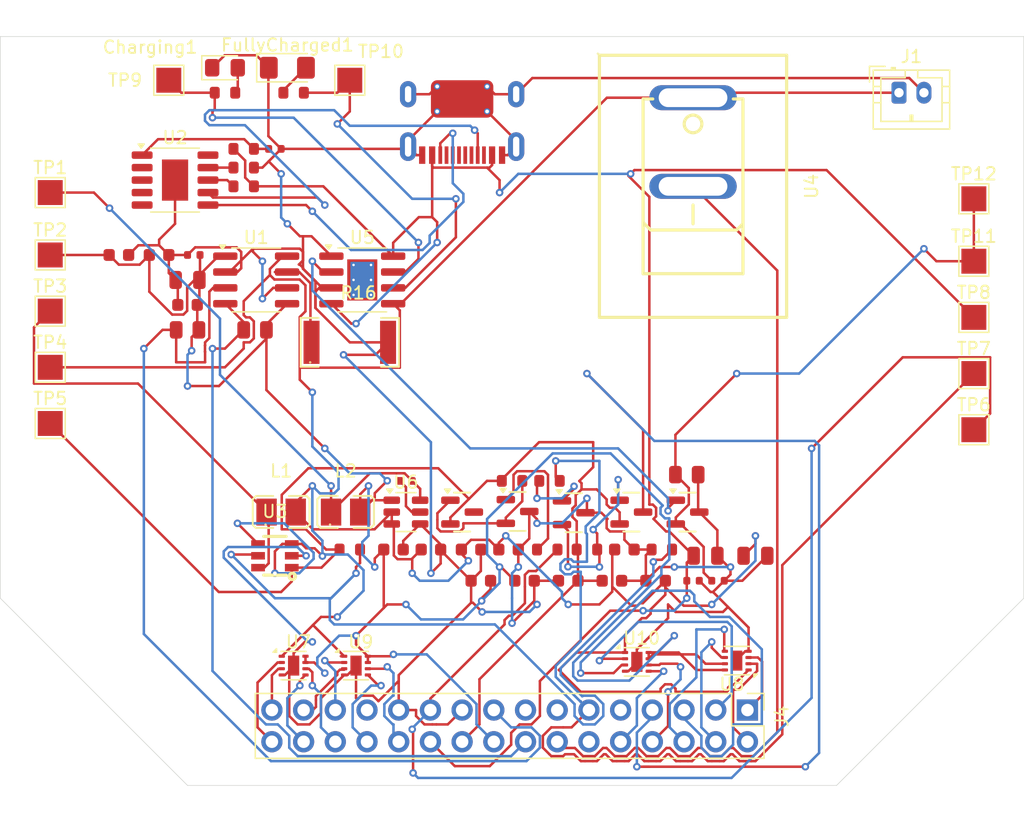
<source format=kicad_pcb>
(kicad_pcb (version 20241229) (generator "pcbnew") (generator_version "9.0")
  (layers (0 "F.Cu" signal) (2 "B.Cu" signal) (13 "F.Paste" user) (15 "B.Paste" user) (5 "F.SilkS" user "F.Silkscreen") (7 "B.SilkS" user "B.Silkscreen") (1 "F.Mask" user) (3 "B.Mask" user) (25 "Edge.Cuts" user))
  (net 0 "")
  (net 1 "GND")
  (net 2 "/Battery")
  (net 3 "/3V3 Out")
  (net 4 "/HV")
  (net 5 "Net-(U2-VDD)")
  (net 6 "/5V Out")
  (net 7 "Net-(U6-BST)")
  (net 8 "Net-(U6-SW)")
  (net 9 "Net-(Charging1-A)")
  (net 10 "Net-(FullyCharged1-A)")
  (net 11 "Net-(J3-CC1)")
  (net 15 "Net-(J3-CC2)")
  (net 19 "/USART2_TX")
  (net 20 "/MOTOR2_CTRL2")
  (net 21 "/CTRL_EXT_LOAD1")
  (net 22 "/MOTOR4_CTRL2")
  (net 23 "/Motor2_A_OUT")
  (net 24 "/MOTOR1_CTRL1")
  (net 25 "/MOTOR4_CTRL1")
  (net 26 "/I2C1_SDA")
  (net 27 "/EXT_LOAD1_OUT")
  (net 29 "/Motor4_B_OUT")
  (net 30 "/FAST_CHARGE_CTRL")
  (net 31 "Net-(J4-Pin_14)")
  (net 32 "/MOTOR3_A_OUT")
  (net 33 "/USART2_RX")
  (net 34 "/MOTOR2_CTRL1")
  (net 35 "/MOTOR1_B_OUT")
  (net 36 "/MOTOR1_A_OUT")
  (net 37 "/MOTOR3_B_OUT")
  (net 38 "/MOTOR1_CTRL2")
  (net 39 "/I2C1_SCL")
  (net 40 "/EXT_LOAD2_OUT")
  (net 41 "/MOTOR3_CTRL1")
  (net 42 "/Motor2_B_OUT")
  (net 43 "/MOTOR3_CTRL2")
  (net 44 "/CTRL_EXT_LOAD2")
  (net 45 "Net-(U3-SW)")
  (net 46 "/CTRL_EXT_LOAD1 ")
  (net 47 "Net-(Q1-G)")
  (net 48 "Net-(Q2-B)")
  (net 49 "/FAST_CHARGE_CTRL ")
  (net 50 "Net-(Q3-G)")
  (net 51 "Net-(Q4-G)")
  (net 52 "Net-(Q5-B)")
  (net 53 "Net-(U2-VBUS)")
  (net 54 "Net-(U2-CFG1)")
  (net 55 "Net-(U5-~{STDBY})")
  (net 56 "Net-(U5-~{CHRG})")
  (net 57 "Net-(U3-FB)")
  (net 58 "Net-(U1-IN-)")
  (net 72 "/Motor4_A_OUT")
  (footprint "TestPoint:TestPoint_Pad_2.0x2.0mm" (layer "F.Cu") (at 137 72.5)
    (property "Reference" "TP10")
    (property "Value" "TestPoint")
  )
  (footprint "PCM_JLCPCB:C_0603" (layer "F.Cu") (at 121.72 86.5)
    (property "Reference" "C19" (hide yes))
    (property "Value" "100nF")
  )
  (footprint "PCM_JLCPCB:C_0805" (layer "F.Cu") (at 124 88.5)
    (property "Reference" "C2" (hide yes))
    (property "Value" "10uF")
  )
  (footprint "myparts:L1008" (layer "F.Cu") (at 131.5 107.1)
    (property "Reference" "L1")
    (property "Value" "LQM2HPN2R2MG0L")
  )
  (footprint "PCM_JLCPCB:C_0805" (layer "F.Cu") (at 169.5 110.6)
    (property "Reference" "C12" (hide yes))
    (property "Value" "10uF")
  )
  (footprint "PCM_JLCPCB:R_0805" (layer "F.Cu") (at 129.41 92.5)
    (property "Reference" "R6" (hide yes))
    (property "Value" "4.7kΩ")
  )
  (footprint "PCM_JLCPCB:C_0603" (layer "F.Cu") (at 161.5 112.6)
    (property "Reference" "C1" (hide yes))
    (property "Value" "4.7uF")
  )
  (footprint "Package_SO:SOIC-8_3.9x4.9mm_P1.27mm" (layer "F.Cu") (at 129.5 88.5)
    (property "Reference" "U1")
    (property "Value" "INA219AxD")
  )
  (footprint "PCM_JLCPCB:R_0805" (layer "F.Cu") (at 164 104.1)
    (property "Reference" "R12" (hide yes))
    (property "Value" "470kΩ")
  )
  (footprint "PCM_JLCPCB:C_0603" (layer "F.Cu") (at 159 110.1)
    (property "Reference" "C14" (hide yes))
    (property "Value" "100nF")
  )
  (footprint "Package_SON:WSON-8-1EP_2x2mm_P0.5mm_EP0.9x1.6mm" (layer "F.Cu") (at 160 119.1)
    (property "Reference" "U10")
    (property "Value" "DRV8837")
  )
  (footprint "PCM_JLCPCB:C_0603" (layer "F.Cu") (at 147.5 112.6)
    (property "Reference" "C10" (hide yes))
    (property "Value" "22uF")
  )
  (footprint "LED_SMD:LED_1206_3216Metric_Pad1.42x1.75mm_HandSolder" (layer "F.Cu") (at 132 71.5)
    (property "Reference" "FullyCharged1")
    (property "Value" "LED")
  )
  (footprint "myparts:SW-TH_MR1-110-C5N-BBAA" (layer "F.Cu") (at 164.5 77.449987 -90)
    (property "Reference" "U4")
    (property "Value" "MR1-110-C5N-BBAA")
  )
  (footprint "PCM_JLCPCB:R_0603" (layer "F.Cu") (at 162 110.1)
    (property "Reference" "R11" (hide yes))
    (property "Value" "10kΩ")
  )
  (footprint "LED_SMD:LED_0805_2012Metric_Pad1.15x1.40mm_HandSolder" (layer "F.Cu") (at 127 71.5)
    (property "Reference" "Charging1")
    (property "Value" "LED")
  )
  (footprint "PCM_JLCPCB:C_0603" (layer "F.Cu") (at 140.5 110.1)
    (property "Reference" "C17" (hide yes))
    (property "Value" "100nF")
  )
  (footprint "Package_SON:WSON-8-1EP_2x2mm_P0.5mm_EP0.9x1.6mm" (layer "F.Cu") (at 137.5 119.4)
    (property "Reference" "U9")
    (property "Value" "DRV8837")
  )
  (footprint "PCM_JLCPCB:R_0402" (layer "F.Cu") (at 166.5 112.6)
    (property "Reference" "R15" (hide yes))
    (property "Value" "100kΩ" (hide yes))
  )
  (footprint "TestPoint:TestPoint_Pad_2.0x2.0mm" (layer "F.Cu") (at 113 86.5)
    (property "Reference" "TP2")
    (property "Value" "TestPoint")
  )
  (footprint "PCM_JLCPCB:C_0402" (layer "F.Cu") (at 141.5 104.6)
    (property "Reference" "C11" (hide yes))
    (property "Value" "100nF")
  )
  (footprint "Package_SO:SSOP-10-1EP_3.9x4.9mm_P1mm_EP2.1x3.3mm" (layer "F.Cu") (at 123 80.5)
    (property "Reference" "U2")
    (property "Value" "CH224K")
  )
  (footprint "TestPoint:TestPoint_Pad_2.0x2.0mm" (layer "F.Cu") (at 187 100.5)
    (property "Reference" "TP6")
    (property "Value" "TestPoint")
  )
  (footprint "TestPoint:TestPoint_Pad_2.0x2.0mm" (layer "F.Cu") (at 113 100)
    (property "Reference" "TP5")
    (property "Value" "TestPoint")
  )
  (footprint "myparts:R2512" (layer "F.Cu") (at 137 93.5)
    (property "Reference" "R16")
    (property "Value" "MS122WJ050MT4E")
  )
  (footprint "TestPoint:TestPoint_Pad_2.0x2.0mm" (layer "F.Cu") (at 187 82)
    (property "Reference" "TP12")
    (property "Value" "TestPoint")
  )
  (footprint "PCM_JLCPCB:C_0805" (layer "F.Cu") (at 165.5 110.6)
    (property "Reference" "C3" (hide yes))
    (property "Value" "10uF")
  )
  (footprint "PCM_JLCPCB:R_0603" (layer "F.Cu") (at 152.82 110.1)
    (property "Reference" "R13" (hide yes))
    (property "Value" "470Ω")
  )
  (footprint "PCM_JLCPCB:C_0603" (layer "F.Cu") (at 118.5 86.5)
    (property "Reference" "C13" (hide yes))
    (property "Value" "100nF")
  )
  (footprint "PCM_JLCPCB:R_0603" (layer "F.Cu") (at 137 110.1)
    (property "Reference" "R9" (hide yes))
    (property "Value" "33kΩ")
  )
  (footprint "PCM_JLCPCB:C_0603" (layer "F.Cu") (at 124 90.5 180)
    (property "Reference" "C15" (hide yes))
    (property "Value" "100nF")
  )
  (footprint "Connector_PinHeader_2.54mm:PinHeader_2x16_P2.54mm_Vertical" (layer "F.Cu") (at 168.86 122.96 -90)
    (property "Reference" "J4")
    (property "Value" "Conn_02x16_Odd_Even")
  )
  (footprint "TestPoint:TestPoint_Pad_2.0x2.0mm" (layer "F.Cu") (at 113 91)
    (property "Reference" "TP3")
    (property "Value" "TestPoint")
  )
  (footprint "PCM_JLCPCB:C_0402" (layer "F.Cu") (at 164.5 112.6)
    (property "Reference" "C4" (hide yes))
    (property "Value" "100nF")
  )
  (footprint "PCM_JLCPCB:Q_SOT-23" (layer "F.Cu") (at 154.94 107.15)
    (property "Reference" "Q5" (hide yes))
    (property "Value" "MMBT5551 200-300")
  )
  (footprint "PCM_JLCPCB:C_0603" (layer "F.Cu") (at 143.5 110.1)
    (property "Reference" "C16" (hide yes))
    (property "Value" "100nF")
  )
  (footprint "PCM_JLCPCB:C_0402" (layer "F.Cu") (at 124.5 86.5)
    (property "Reference" "C6" (hide yes))
    (property "Value" "100nF")
  )
  (footprint "PCM_JLCPCB:R_0603" (layer "F.Cu") (at 128.5 79.5)
    (property "Reference" "R4" (hide yes))
    (property "Value" "6.8kΩ")
  )
  (footprint "myparts:SOT-23-6_L2.9-W1.6-P0.95-LS2.8-BR" (layer "F.Cu") (at 131 110.6)
    (property "Reference" "U3")
    (property "Value" "ETA1038S2G")
  )
  (footprint "Connector_JST:JST_PH_B2B-PH-K_1x02_P2.00mm_Vertical" (layer "F.Cu") (at 181 73.5)
    (property "Reference" "J1")
    (property "Value" "Conn_01x02_Pin")
  )
  (footprint "Package_SON:WSON-8-1EP_2x2mm_P0.5mm_EP0.9x1.6mm" (layer "F.Cu") (at 168 119 180)
    (property "Reference" "U8")
    (property "Value" "DRV8837")
  )
  (footprint "PCM_JLCPCB:R_0805" (layer "F.Cu") (at 124 92.5)
    (property "Reference" "R3" (hide yes))
    (property "Value" "4.7kΩ")
  )
  (footprint "PCM_JLCPCB:Q_SOT-23" (layer "F.Cu") (at 159.56 107.1)
    (property "Reference" "Q4" (hide yes))
    (property "Value" "AO3401A")
  )
  (footprint "TestPoint:TestPoint_Pad_2.0x2.0mm" (layer "F.Cu") (at 187 91.5)
    (property "Reference" "TP8")
    (property "Value" "TestPoint")
  )
  (footprint "PCM_JLCPCB:Q_SOT-23" (layer "F.Cu") (at 164.06 107.1)
    (property "Reference" "Q3" (hide yes))
    (property "Value" "2N7002")
  )
  (footprint "PCM_JLCPCB:R_0603" (layer "F.Cu") (at 127 73.5)
    (property "Reference" "R8" (hide yes))
    (property "Value" "220Ω")
  )
  (footprint "PCM_JLCPCB:Q_SOT-23" (layer "F.Cu") (at 146 107.1)
    (property "Reference" "Q1" (hide yes))
    (property "Value" "AO3401A")
  )
  (footprint "PCM_JLCPCB:R_0603" (layer "F.Cu") (at 153 104.6)
    (property "Reference" "R14" (hide yes))
    (property "Value" "470Ω")
  )
  (footprint "PCM_JLCPCB:R_0603" (layer "F.Cu") (at 156 110.1)
    (property "Reference" "R10" (hide yes))
    (property "Value" "10kΩ")
  )
  (footprint "Package_TO_SOT_SMD:TSOT-23-6" (layer "F.Cu") (at 141.5 107.1)
    (property "Reference" "U6")
    (property "Value" "AP63203WU")
  )
  (footprint "PCM_JLCPCB:R_0603" (layer "F.Cu") (at 132.5 73.5 180)
    (property "Reference" "R7" (hide yes))
    (property "Value" "220Ω")
  )
  (footprint "PCM_JLCPCB:C_0603" (layer "F.Cu") (at 154.5 112.6 180)
    (property "Reference" "C8" (hide yes))
    (property "Value" "22uF")
  )
  (footprint "TestPoint:TestPoint_Pad_2.0x2.0mm" (layer "F.Cu") (at 187 96)
    (property "Reference" "TP7")
    (property "Value" "TestPoint")
  )
  (footprint "TestPoint:TestPoint_Pad_2.0x2.0mm" (layer "F.Cu") (at 187 87)
    (property "Reference" "TP11")
    (property "Value" "TestPoint")
  )
  (footprint "PCM_JLCPCB:C_0402" (layer "F.Cu") (at 131 78)
    (property "Reference" "C5" (hide yes))
    (property "Value" "1uF")
  )
  (footprint "PCM_JLCPCB:TYPE-C-SMD_HX-TYPE-C-16PIN" (layer "F.Cu") (at 146 76 180)
    (property "Reference" "J3" (hide yes))
    (property "Value" "Connector, USB-TYPE-C-16P")
  )
  (footprint "PCM_JLCPCB:R_0603" (layer "F.Cu") (at 128.5 78)
    (property "Reference" "R1" (hide yes))
    (property "Value" "1kΩ")
  )
  (footprint "PCM_JLCPCB:C_0603" (layer "F.Cu") (at 149.72 110.1)
    (property "Reference" "C20" (hide yes))
    (property "Value" "100nF")
  )
  (footprint "TestPoint:TestPoint_Pad_2.0x2.0mm" (layer "F.Cu") (at 122.5 72.5)
    (property "Reference" "TP9")
    (property "Value" "TestPoint")
  )
  (footprint "PCM_JLCPCB:C_0603" (layer "F.Cu") (at 146.72 110.1)
    (property "Reference" "C18" (hide yes))
    (property "Value" "100nF")
  )
  (footprint "PCM_JLCPCB:C_0603" (layer "F.Cu") (at 158 112.6)
    (property "Reference" "C7" (hide yes))
    (property "Value" "22uF")
  )
  (footprint "PCM_JLCPCB:C_0603" (layer "F.Cu") (at 151 112.6 180)
    (property "Reference" "C9" (hide yes))
    (property "Value" "22uF")
  )
  (footprint "PCM_JLCPCB:Q_SOT-23" (layer "F.Cu") (at 150.44 107.05)
    (property "Reference" "Q2" (hide yes))
    (property "Value" "MMBT5551 200-300")
  )
  (footprint "TestPoint:TestPoint_Pad_2.0x2.0mm" (layer "F.Cu") (at 113 95.5)
    (property "Reference" "TP4")
    (property "Value" "TestPoint")
  )
  (footprint "TestPoint:TestPoint_Pad_2.0x2.0mm" (layer "F.Cu") (at 113 81.5)
    (property "Reference" "TP1")
    (property "Value" "TestPoint")
  )
  (footprint "myparts:L1008" (layer "F.Cu") (at 136.667513 107.1)
    (property "Reference" "L2")
    (property "Value" "LQM2HPN2R2MG0L")
  )
  (footprint "PCM_JLCPCB:R_0603" (layer "F.Cu") (at 128.5 81 180)
    (property "Reference" "R2" (hide yes))
    (property "Value" "10kΩ")
  )
  (footprint "Package_SON:WSON-8-1EP_2x2mm_P0.5mm_EP0.9x1.6mm" (layer "F.Cu") (at 132.5 119.4)
    (property "Reference" "U7")
    (property "Value" "DRV8837")
  )
  (footprint "PCM_JLCPCB:R_0603" (layer "F.Cu") (at 150 104.6)
    (property "Reference" "R5" (hide yes))
    (property "Value" "10kΩ")
  )
  (footprint "Package_SO:SOIC-8-1EP_3.9x4.9mm_P1.27mm_EP2.41x3.3mm_ThermalVias" (layer "F.Cu") (at 138 88.5)
    (property "Reference" "U5")
    (property "Value" "TP4056-42-ESOP8")
  )
  (gr_line (start 191 69) (end 191 114) (stroke (width 0.05)) (layer "Edge.Cuts"))
  (gr_line (start 109 114) (end 109 69) (stroke (width 0.05)) (layer "Edge.Cuts"))
  (gr_line (start 176 129) (end 191 114) (stroke (width 0.05)) (layer "Edge.Cuts"))
  (gr_line (start 124 129) (end 109 114) (stroke (width 0.05)) (layer "Edge.Cuts"))
  (gr_line (start 124 129) (end 176 129) (stroke (width 0.05)) (layer "Edge.Cuts"))
  (gr_line (start 109 69) (end 191 69) (stroke (width 0.05)) (layer "Edge.Cuts"))
  (segment (start 140.066294 93.5) (end 139.066294 94.5) (width 0.2) (layer "F.Cu") (net 1))
  (segment (start 140.92 122.96) (end 140.92 120.162898) (width 0.2) (layer "F.Cu") (net 1))
  (segment (start 137.5 119.465798) (end 137.5 119.4) (width 0.2) (layer "F.Cu") (net 1))
  (segment (start 167.3 114.7) (end 166.1 113.5) (width 0.2) (layer "F.Cu") (net 1))
  (segment (start 151.78 112.6) (end 153.72 112.6) (width 0.2) (layer "F.Cu") (net 1))
  (segment (start 140.066294 93.5) (end 137.003032 93.5) (width 0.2) (layer "F.Cu") (net 1))
  (segment (start 142.309 123.43676) (end 142.98324 124.111) (width 0.2) (layer "F.Cu") (net 1))
  (segment (start 144.28 111.22) (end 144.28 110.1) (width 0.2) (layer "F.Cu") (net 1))
  (segment (start 151.626 72.324) (end 150.33 73.62) (width 0.2) (layer "F.Cu") (net 1))
  (segment (start 150.5 110.1) (end 151.38 109.22) (width 0.2) (layer "F.Cu") (net 1))
  (segment (start 132.82324 124.111) (end 133.77676 124.111) (width 0.2) (layer "F.Cu") (net 1))
  (segment (start 151.78 114.22) (end 150 116) (width 0.2) (layer "F.Cu") (net 1))
  (segment (start 146.72 112.6) (end 144.28 110.16) (width 0.2) (layer "F.Cu") (net 1))
  (segment (start 149.65 78.5) (end 150.33 77.82) (width 0.2) (layer "F.Cu") (net 1))
  (segment (start 133.93 85) (end 133.251 85) (width 0.2) (layer "F.Cu") (net 1))
  (segment (start 162.5 114.5) (end 163.101 115.101) (width 0.2) (layer "F.Cu") (net 1))
  (segment (start 151.78 112.6) (end 151.78 114.28) (width 0.2) (layer "F.Cu") (net 1))
  (segment (start 131.5 78) (end 130.479 76.979) (width 0.2) (layer "F.Cu") (net 1))
  (segment (start 157.579 107.709032) (end 157.645466 107.642566) (width 0.2) (layer "F.Cu") (net 1))
  (segment (start 148 75) (end 150.33 77.33) (width 0.2) (layer "F.Cu") (net 1))
  (segment (start 160.72 112.6) (end 160.72 110.56) (width 0.2) (layer "F.Cu") (net 1))
  (segment (start 141.67 73.62) (end 143.38 73.62) (width 0.2) (layer "F.Cu") (net 1))
  (segment (start 143.38 73.62) (end 144 73) (width 0.2) (layer "F.Cu") (net 1))
  (segment (start 157.579 108.390968) (end 157.579 107.709032) (width 0.2) (layer "F.Cu") (net 1))
  (segment (start 159.315798 119.85) (end 160 119.165798) (width 0.2) (layer "F.Cu") (net 1))
  (segment (start 160 118.1) (end 162.5 115.6) (width 0.2) (layer "F.Cu") (net 1))
  (segment (start 133.251 85) (end 133.251 86.935968) (width 0.2) (layer "F.Cu") (net 1))
  (segment (start 167.5 111.5) (end 167.5 112.1) (width 0.2) (layer "F.Cu") (net 1))
  (segment (start 130 87) (end 129.242968 86.242968) (width 0.2) (layer "F.Cu") (net 1))
  (segment (start 160 119.1) (end 160 118.1) (width 0.2) (layer "F.Cu") (net 1))
  (segment (start 134.249 89.436001) (end 134.550001 89.135) (width 0.2) (layer "F.Cu") (net 1))
  (segment (start 161.18 110.1) (end 159.78 110.1) (width 0.2) (layer "F.Cu") (net 1))
  (segment (start 168.95 116.35) (end 167.3 114.7) (width 0.2) (layer "F.Cu") (net 1))
  (segment (start 137.90324 121.809) (end 138.85676 121.809) (width 0.2) (layer "F.Cu") (net 1))
  (segment (start 133.251 87.524032) (end 133.251 87.5989) (width 0.2) (layer "F.Cu") (net 1))
  (segment (start 131.5 78) (end 130.5 79) (width 0.2) (layer "F.Cu") (net 1))
  (segment (start 138.85676 121.809) (end 139.294605 122.246845) (width 0.2) (layer "F.Cu") (net 1))
  (segment (start 141.67 77.82) (end 141.67 77.33) (width 0.2) (layer "F.Cu") (net 1))
  (segment (start 129.242968 86.242968) (end 129.242968 85.994) (width 0.2) (layer "F.Cu") (net 1))
  (segment (start 167.35 111.5) (end 166.45 110.6) (width 0.2) (layer "F.Cu") (net 1))
  (segment (start 150.33 77.33) (end 150.33 77.82) (width 0.2) (layer "F.Cu") (net 1))
  (segment (start 121.724 85.276) (end 123 84) (width 0.2) (layer "F.Cu") (net 1))
  (segment (start 157.839032 108.651) (end 157.579 108.390968) (width 0.2) (layer "F.Cu") (net 1))
  (segment (start 151.78 114.28) (end 152 114.5) (width 0.2) (layer "F.Cu") (net 1))
  (segment (start 167 112.6) (end 168.45 112.6) (width 0.2) (layer "F.Cu") (net 1))
  (segment (start 134.689 123.19876) (end 134.689 122.011) (width 0.2) (layer "F.Cu") (net 1))
  (segment (start 131.55 120.15) (end 131.815798 120.15) (width 0.2) (layer "F.Cu") (net 1))
  (segment (start 151.38 109.22) (end 151.38 107.05) (width 0.2) (layer "F.Cu") (net 1))
  (segment (start 129.5115 70.499) (end 130.5125 71.5) (width 0.2) (layer "F.Cu") (net 1))
  (segment (start 132.350013 110.6) (end 133.5 110.6) (width 0.2) (layer "F.Cu") (net 1))
  (segment (start 130 79.5) (end 129.32 79.5) (width 0.2) (layer "F.Cu") (net 1))
  (segment (start 133 85) (end 133.251 85) (width 0.2) (layer "F.Cu") (net 1))
  (segment (start 134.550001 89.135) (end 135.525 89.135) (width 0.2) (layer "F.Cu") (net 1))
  (segment (start 123 84) (end 123 80.5) (width 0.2) (layer "F.Cu") (net 1))
  (segment (start 164.91 104.1) (end 164.91 107.01) (width 0.2) (layer "F.Cu") (net 1))
  (segment (start 136.815798 120.15) (end 137.5 119.465798) (width 0.2) (layer "F.Cu") (net 1))
  (segment (start 163.101 115.101) (end 166.899 115.101) (width 0.2) (layer "F.Cu") (net 1))
  (segment (start 122.5 86.5) (end 122.5 87.95) (width 0.2) (layer "F.Cu") (net 1))
  (segment (start 168.95 118.25) (end 168.684202 118.25) (width 0.2) (layer "F.Cu") (net 1))
  (segment (start 127.999999 87.865) (end 127.025 87.865) (width 0.2) (layer "F.Cu") (net 1))
  (segment (start 137.003032 93.5) (end 134.249 90.745968) (width 0.2) (layer "F.Cu") (net 1))
  (segment (start 159.05 119.85) (end 159.315798 119.85) (width 0.2) (layer "F.Cu") (net 1))
  (segment (start 134.249 90.745968) (end 134.249 88.596901) (width 0.2) (layer "F.Cu") (net 1))
  (segment (start 144.28 109.6925) (end 142.6375 108.05) (width 0.2) (layer "F.Cu") (net 1))
  (segment (start 168.95 118.25) (end 168.95 116.35) (width 0.2) (layer "F.Cu") (net 1))
  (segment (start 159.78 110.1) (end 159.004 109.324) (width 0.2) (layer "F.Cu") (net 1))
  (segment (start 146.862898 114.362898) (end 146.72 114.362898) (width 0.2) (layer "F.Cu") (net 1))
  (segment (start 149.2 78.5) (end 149.65 78.5) (width 0.2) (layer "F.Cu") (net 1))
  (segment (start 152 107.67) (end 152 108) (width 0.2) (layer "F.Cu") (net 1))
  (segment (start 142.35 78.5) (end 141.67 77.82) (width 0.2) (layer "F.Cu") (net 1))
  (segment (start 124 86.5) (end 124.611 85.889) (width 0.2) (layer "F.Cu") (net 1))
  (segment (start 132.5 119.465798) (end 132.5 119.4) (width 0.2) (layer "F.Cu") (net 1))
  (segment (start 183 73.5) (end 181.824 72.324) (width 0.2) (layer "F.Cu") (net 1))
  (segment (start 121.724 85.724) (end 120.056 85.724) (width 0.2) (layer "F.Cu") (net 1))
  (segment (start 132.5 119.4) (end 132.149 119.751) (width 0.2) (layer "F.Cu") (net 1))
  (segment (start 165 112.6) (end 165.9 113.5) (width 0.2) (layer "F.Cu") (net 1))
  (segment (start 132.922968 87.264) (end 132.990968 87.264) (width 0.2) (layer "F.Cu") (net 1))
  (segment (start 131.5 78) (end 141.49 78) (width 0.2) (layer "F.Cu") (net 1))
  (segment (start 137.60612 122.10612) (end 137.90324 121.809) (width 0.2) (layer "F.Cu") (net 1))
  (segment (start 132.990968 87.264) (end 133.251 87.524032) (width 0.2) (layer "F.Cu") (net 1))
  (segment (start 122.5 87.95) (end 123.05 88.5) (width 0.2) (layer "F.Cu") (net 1))
  (segment (start 141.28 110.1) (end 141.28 109.4075) (width 0.2) (layer "F.Cu") (net 1))
  (segment (start 159.004 108.651) (end 157.839032 108.651) (width 0.2) (layer "F.Cu") (net 1))
  (segment (start 142.8 78.5) (end 142.35 78.5) (width 0.2) (layer "F.Cu") (net 1))
  (segment (start 132.5 118.4) (end 132.5 119.4) (width 0.2) (layer "F.Cu") (net 1))
  (segment (start 141.67 77.33) (end 144 75) (width 0.2) (layer "F.Cu") (net 1))
  (segment (start 133.4 117.5) (end 132.5 118.4) (width 0.2) (layer "F.Cu") (net 1))
  (segment (start 150.5 111.5) (end 150.5 110.1) (width 0.2) (layer "F.Cu") (net 1))
  (segment (start 165.9 113.5) (end 166.1 113.5) (width 0.2) (layer "F.Cu") (net 1))
  (segment (start 160 119.165798) (end 160 119.1) (width 0.2) (layer "F.Cu") (net 1))
  (segment (start 181.824 72.324) (end 151.626 72.324) (width 0.2) (layer "F.Cu") (net 1))
  (segment (start 141.28 109.4075) (end 142.6375 108.05) (width 0.2) (layer "F.Cu") (net 1))
  (segment (start 166.899 115.101) (end 167.3 114.7) (width 0.2) (layer "F.Cu") (net 1))
  (segment (start 130.5 79) (end 131.5 80) (width 0.2) (layer "F.Cu") (net 1))
  (segment (start 148 73) (end 148.62 73.62) (width 0.2) (layer "F.Cu") (net 1))
  (segment (start 122.5 86.5) (end 124 86.5) (width 0.2) (layer "F.Cu") (net 1))
  (segment (start 127.371968 87.865) (end 127.025 87.865) (width 0.2) (layer "F.Cu") (net 1))
  (segment (start 167.5 111.5) (end 167.35 111.5) (width 0.2) (layer "F.Cu") (net 1))
  (segment (start 139.066294 94.5) (end 136.5 94.5) (width 0.2) (layer "F.Cu") (net 1))
  (segment (start 123.22 90.5) (end 123.22 88.67) (width 0.2) (layer "F.Cu") (net 1))
  (segment (start 130.865 89.135) (end 130 90) (width 0.2) (layer "F.Cu") (net 1))
  (segment (start 140.92 120.162898) (end 146.72 114.362898) (width 0.2) (layer "F.Cu") (net 1))
  (segment (start 151.78 112.6) (end 151.78 114.22) (width 0.2) (layer "F.Cu") (net 1))
  (segment (start 132.149 119.751) (end 132.149 123.43676) (width 0.2) (layer "F.Cu") (net 1))
  (segment (start 136.55 120.15) (end 136.815798 120.15) (width 0.2) (layer "F.Cu") (net 1))
  (segment (start 158.78 112.6) (end 160.72 112.6) (width 0.2) (layer "F.Cu") (net 1))
  (segment (start 164.95 112.65) (end 165 112.6) (width 0.2) (layer "F.Cu") (net 1))
  (segment (start 166.1 113.5) (end 167 112.6) (width 0.2) (layer "F.Cu") (net 1))
  (segment (start 135.525 86.595) (end 133.93 85) (width 0.2) (layer "F.Cu") (net 1))
  (segment (start 159.004 109.324) (end 159.004 108.651) (width 0.2) (layer "F.Cu") (net 1))
  (segment (start 160.72 112.6) (end 161.82 111.5) (width 0.2) (layer "F.Cu") (net 1))
  (segment (start 142.98324 124.111) (end 143.611 124.111) (width 0.2) (layer "F.Cu") (net 1))
  (segment (start 133.251 87.598901) (end 133.251 86.254032) (width 0.2) (layer "F.Cu") (net 1))
  (segment (start 157.1529 107.15) (end 155.88 107.15) (width 0.2) (layer "F.Cu") (net 1))
  (segment (start 125.975 71.5) (end 126.976 70.499) (width 0.2) (layer "F.Cu") (net 1))
  (segment (start 142.309 122.96) (end 142.309 123.43676) (width 0.2) (layer "F.Cu") (net 1))
  (segment (start 133.77676 124.111) (end 134.689 123.19876) (width 0.2) (layer "F.Cu") (net 1))
  (segment (start 127.935968 85.889) (end 128.301 86.254032) (width 0.2) (layer "F.Cu") (net 1))
  (segment (start 168 118.934202) (end 168 119) (width 0.2) (layer "F.Cu") (net 1))
  (segment (start 133.251 86.254032) (end 132.990968 85.994) (width 0.2) (layer "F.Cu") (net 1))
  (segment (start 128.301 86.254032) (end 128.301 87.563999) (width 0.2) (layer "F.Cu") (net 1))
  (segment (start 134 117.5) (end 133.4 117.5) (width 0.2) (layer "F.Cu") (net 1))
  (segment (start 143.611 124.111) (end 143.93676 124.111) (width 0.2) (layer "F.Cu") (net 1))
  (segment (start 131.815798 120.15) (end 132.5 119.465798) (width 0.2) (layer "F.Cu") (net 1))
  (segment (start 129.242968 85.994) (end 127.371968 87.865) (width 0.2) (layer "F.Cu") (net 1))
  (segment (start 143.93676 124.111) (end 144.849 124.111) (width 0.2) (layer "F.Cu") (net 1))
  (segment (start 134.249 90.745968) (end 134.249 89.436001) (width 0.2) (layer "F.Cu") (net 1))
  (segment (start 146.72 114.362898) (end 146.72 112.6) (width 0.2) (layer "F.Cu") (net 1))
  (segment (start 144.28 110.16) (end 144.28 110.1) (width 0.2) (layer "F.Cu") (net 1))
  (segment (start 122.5 86.5) (end 121.724 85.724) (width 0.2) (layer "F.Cu") (net 1))
  (segment (start 130.479 71.5335) (end 130.5125 71.5) (width 0.2) (layer "F.Cu") (net 1))
  (segment (start 130.5 79) (end 130 79.5) (width 0.2) (layer "F.Cu") (net 1))
  (segment (start 133.251 86.935968) (end 132.922968 87.264) (width 0.2) (layer "F.Cu") (net 1))
  (segment (start 121.724 85.724) (end 121.724 85.276) (width 0.2) (layer "F.Cu") (net 1))
  (segment (start 132.149 123.43676) (end 132.82324 124.111) (width 0.2) (layer "F.Cu") (net 1))
  (segment (start 128.301 87.563999) (end 127.999999 87.865) (width 0.2) (layer "F.Cu") (net 1))
  (segment (start 168.684202 118.25) (end 168 118.934202) (width 0.2) (layer "F.Cu") (net 1))
  (segment (start 156 107.03) (end 155.88 107.15) (width 0.2) (layer "F.Cu") (net 1))
  (segment (start 147.601 115.101) (end 146.862898 114.362898) (width 0.2) (layer "F.Cu") (net 1))
  (segment (start 137.5 119.4) (end 137.5 122) (width 0.2) (layer "F.Cu") (net 1))
  (segment (start 134.249 88.596901) (end 133.251 87.598901) (width 0.2) (layer "F.Cu") (net 1))
  (segment (start 120.056 85.724) (end 119.28 86.5) (width 0.2) (layer "F.Cu") (net 1))
  (segment (start 157.645466 107.642566) (end 157.1529 107.15) (width 0.2) (layer "F.Cu") (net 1))
  (segment (start 161.82 111.5) (end 163 111.5) (width 0.2) (layer "F.Cu") (net 1))
  (segment (start 160.72 110.56) (end 161.18 110.1) (width 0.2) (layer "F.Cu") (net 1))
  (segment (start 168.45 112.6) (end 170.45 110.6) (width 0.2) (layer "F.Cu") (net 1))
  (segment (start 133.251 87.5989) (end 134.7871 89.135) (width 0.2) (layer "F.Cu") (net 1))
  (segment (start 123.22 88.67) (end 123.05 88.5) (width 0.2) (layer "F.Cu") (net 1))
  (segment (start 124.611 85.889) (end 127.935968 85.889) (width 0.2) (layer "F.Cu") (net 1))
  (segment (start 150.22 110.38) (end 150.5 110.1) (width 0.2) (layer "F.Cu") (net 1))
  (segment (start 139.294605 122.246845) (end 140.92 120.621449) (width 0.2) (layer "F.Cu") (net 1))
  (segment (start 144.28 110.1) (end 144.28 109.6925) (width 0.2) (layer "F.Cu") (net 1))
  (segment (start 130.479 76.979) (end 130.479 71.5335) (width 0.2) (layer "F.Cu") (net 1))
  (segment (start 151.38 107.05) (end 152 107.67) (width 0.2) (layer "F.Cu") (net 1))
  (segment (start 166.45 110.6) (end 166.45 108.55) (width 0.2) (layer "F.Cu") (net 1))
  (segment (start 164.91 107.01) (end 165 107.1) (width 0.2) (layer "F.Cu") (net 1))
  (segment (start 147.5 110.1) (end 147.5 111.82) (width 0.2) (layer "F.Cu") (net 1))
  (segment (start 131.975 89.135) (end 130.865 89.135) (width 0.2) (layer "F.Cu") (net 1))
  (segment (start 126.976 70.499) (end 129.5115 70.499) (width 0.2) (layer "F.Cu") (net 1))
  (segment (start 147.5 111.82) (end 146.72 112.6) (width 0.2) (layer "F.Cu") (net 1))
  (segment (start 167.5 112.1) (end 167 112.6) (width 0.2) (layer "F.Cu") (net 1))
  (segment (start 140.92 122.96) (end 142.309 122.96) (width 0.2) (layer "F.Cu") (net 1))
  (segment (start 166.45 108.55) (end 165 107.1) (width 0.2) (layer "F.Cu") (net 1))
  (segment (start 143.5 112) (end 144.28 111.22) (width 0.2) (layer "F.Cu") (net 1))
  (segment (start 134.689 122.011) (end 136.55 120.15) (width 0.2) (layer "F.Cu") (net 1))
  (segment (start 132.990968 85.994) (end 129.242968 85.994) (width 0.2) (layer "F.Cu") (net 1))
  (segment (start 134.7871 89.135) (end 135.525 89.135) (width 0.2) (layer "F.Cu") (net 1))
  (segment (start 141.49 78) (end 141.67 77.82) (width 0.2) (layer "F.Cu") (net 1))
  (segment (start 132 84) (end 133 85) (width 0.2) (layer "F.Cu") (net 1))
  (segment (start 162.5 115.6) (end 162.5 114.5) (width 0.2) (layer "F.Cu") (net 1))
  (segment (start 144.849 124.111) (end 146 122.96) (width 0.2) (layer "F.Cu") (net 1))
  (segment (start 137.5 122) (end 137.60612 122.10612) (width 0.2) (layer "F.Cu") (net 1))
  (segment (start 156 106) (end 156 107.03) (width 0.2) (layer "F.Cu") (net 1))
  (segment (start 140.92 120.621449) (end 140.92 120.162898) (width 0.2) (layer "F.Cu") (net 1))
  (segment (start 148.62 73.62) (end 150.33 73.62) (width 0.2) (layer "F.Cu") (net 1))
  (via (at 132 84) (size 0.6) (drill 0.3) (layers "F.Cu" "B.Cu") (net 1))
  (via (at 150.5 111.5) (size 0.6) (drill 0.3) (layers "F.Cu" "B.Cu") (net 1))
  (via (at 150.5 111.5) (size 0.6) (drill 0.3) (layers "F.Cu" "B.Cu") (net 1))
  (via (at 136.5 94.5) (size 0.6) (drill 0.3) (layers "F.Cu" "B.Cu") (net 1))
  (via (at 150 116) (size 0.6) (drill 0.3) (layers "F.Cu" "B.Cu") (net 1))
  (via (at 163 111.5) (size 0.6) (drill 0.3) (layers "F.Cu" "B.Cu") (net 1))
  (via (at 131.5 80) (size 0.6) (drill 0.3) (layers "F.Cu" "B.Cu") (net 1))
  (via (at 133.5 110.6) (size 0.6) (drill 0.3) (layers "F.Cu" "B.Cu") (net 1))
  (via (at 147.601 115.101) (size 0.6) (drill 0.3) (layers "F.Cu" "B.Cu") (net 1))
  (via (at 134 117.5) (size 0.6) (drill 0.3) (layers "F.Cu" "B.Cu") (net 1))
  (via (at 130 90) (size 0.6) (drill 0.3) (layers "F.Cu" "B.Cu") (net 1))
  (via (at 152 108) (size 0.6) (drill 0.3) (layers "F.Cu" "B.Cu") (net 1))
  (via (at 152 114.5) (size 0.6) (drill 0.3) (layers "F.Cu" "B.Cu") (net 1))
  (via (at 130 87) (size 0.6) (drill 0.3) (layers "F.Cu" "B.Cu") (net 1))
  (via (at 143.5 112) (size 0.6) (drill 0.3) (layers "F.Cu" "B.Cu") (net 1))
  (via (at 156 106) (size 0.6) (drill 0.3) (layers "F.Cu" "B.Cu") (net 1))
  (via (at 167.5 111.5) (size 0.6) (drill 0.3) (layers "F.Cu" "B.Cu") (net 1))
  (segment (start 143.5 101.5) (end 143.5 112) (width 0.2) (layer "B.Cu") (net 1))
  (segment (start 133.650057 117.5) (end 134 117.5) (width 0.2) (layer "B.Cu") (net 1))
  (segment (start 152 108) (end 154 108) (width 0.2) (layer "B.Cu") (net 1))
  (segment (start 132.799 109.899) (end 127.251057 109.899) (width 0.2) (layer "B.Cu") (net 1))
  (segment (start 126.899 110.251057) (end 126.899 110.748943) (width 0.2) (layer "B.Cu") (net 1))
  (segment (start 126.899 110.748943) (end 133.650057 117.5) (width 0.2) (layer "B.Cu") (net 1))
  (segment (start 163 111.5) (end 167.5 111.5) (width 0.2) (layer "B.Cu") (net 1))
  (segment (start 133.5 110.6) (end 132.799 109.899) (width 0.2) (layer "B.Cu") (net 1))
  (segment (start 154 108) (end 156 106) (width 0.2) (layer "B.Cu") (net 1))
  (segment (start 150 116) (end 150 114) (width 0.2) (layer "B.Cu") (net 1))
  (segment (start 130 90) (end 130 87) (width 0.2) (layer "B.Cu") (net 1))
  (segment (start 131.5 80) (end 131.5 83.5) (width 0.2) (layer "B.Cu") (net 1))
  (segment (start 136.5 94.5) (end 143.5 101.5) (width 0.2) (layer "B.Cu") (net 1))
  (segment (start 150 112) (end 150.5 111.5) (width 0.2) (layer "B.Cu") (net 1))
  (segment (start 151.399 115.101) (end 147.601 115.101) (width 0.2) (layer "B.Cu") (net 1))
  (segment (start 150 114) (end 150 112) (width 0.2) (layer "B.Cu") (net 1))
  (segment (start 127.251057 109.899) (end 126.899 110.251057) (width 0.2) (layer "B.Cu") (net 1))
  (segment (start 131.5 83.5) (end 132 84) (width 0.2) (layer "B.Cu") (net 1))
  (segment (start 152 114.5) (end 151.399 115.101) (width 0.2) (layer "B.Cu") (net 1))
  (segment (start 160.748943 115.601) (end 160.399 115.601) (width 0.2) (layer "F.Cu") (net 2))
  (segment (start 136 115.5) (end 134.7 115.5) (width 0.2) (layer "F.Cu") (net 2))
  (segment (start 162.28 112.6) (end 162.28 113.72) (width 0.2) (layer "F.Cu") (net 2))
  (segment (start 128.99584 91.499) (end 128.6861 91.499) (width 0.2) (layer "F.Cu") (net 2))
  (segment (start 161.101 115.248943) (end 160.748943 115.601) (width 0.2) (layer "F.Cu") (net 2))
  (segment (start 148.164 109.324) (end 148.94 110.1) (width 0.2) (layer "F.Cu") (net 2))
  (segment (start 131.628032 86.595) (end 131.975 86.595) (width 0.2) (layer "F.Cu") (net 2))
  (segment (start 141.095 90.405) (end 157.600077 73.899923) (width 0.2) (layer "F.Cu") (net 2))
  (segment (start 159.05 116.95) (end 159.05 118.35) (width 0.2) (layer "F.Cu") (net 2))
  (segment (start 164.899923 73.5) (end 164.5 73.899923) (width 0.2) (layer "F.Cu") (net 2))
  (segment (start 161.899 121.5) (end 161.899 121.251057) (width 0.2) (layer "F.Cu") (net 2))
  (segment (start 126.99684 95.5) (end 128.5 93.99684) (width 0.2) (layer "F.Cu") (net 2))
  (segment (start 134.04851 108.480997) (end 132.667513 107.1) (width 0.2) (layer "F.Cu") (net 2))
  (segment (start 133.150038 109.650038) (end 132.350013 109.650038) (width 0.2) (layer "F.Cu") (net 2))
  (segment (start 132.983899 88.466) (end 130.959032 88.466) (width 0.2) (layer "F.Cu") (net 2))
  (segment (start 148.94 109.56) (end 149.5 109) (width 0.2) (layer "F.Cu") (net 2))
  (segment (start 134.7 115.5) (end 134.05 116.15) (width 0.2) (layer "F.Cu") (net 2))
  (segment (start 169.5 109.65) (end 168.55 110.6) (width 0.2) (layer "F.Cu") (net 2))
  (segment (start 159.05 118.35) (end 155.15 118.35) (width 0.2) (layer "F.Cu") (net 2))
  (segment (start 148.94 110.1) (end 148.94 109.56) (width 0.2) (layer "F.Cu") (net 2))
  (segment (start 133.447 91.015441) (end 133.447 88.929101) (width 0.2) (layer "F.Cu") (net 2))
  (segment (start 134.807711 110.62376) (end 134.183951 110) (width 0.2) (layer "F.Cu") (net 2))
  (segment (start 141.944 110.876) (end 142.72 110.1) (width 0.2) (layer "F.Cu") (net 2))
  (segment (start 128.6661 91.479) (end 128.5 91.3129) (width 0.2) (layer "F.Cu") (net 2))
  (segment (start 161.101 114.899) (end 161.101 115.248943) (width 0.2) (layer "F.Cu") (net 2))
  (segment (start 146.716 109.324) (end 148.164 109.324) (width 0.2) (layer "F.Cu") (net 2))
  (segment (start 128.5 93.501) (end 128.99584 93.501) (width 0.2) (layer "F.Cu") (net 2))
  (segment (start 181 73.5) (end 164.899923 73.5) (width 0.2) (layer "F.Cu") (net 2))
  (segment (start 158.029 113.471) (end 158.029 113.07411) (width 0.2) (layer "F.Cu") (net 2))
  (segment (start 162.28 113.129943) (end 162.28 112.6) (width 0.2) (layer "F.Cu") (net 2))
  (segment (start 167.308 121.392) (end 167.308 121.16) (width 0.2) (layer "F.Cu") (net 2))
  (segment (start 166 114.5) (end 165.899 114.601) (width 0.2) (layer "F.Cu") (net 2))
  (segment (start 153.75 119.75) (end 155.5 121.5) (width 0.2) (layer "F.Cu") (net 2))
  (segment (start 163.101 121.251057) (end 163.101 121.5) (width 0.2) (layer "F.Cu") (net 2))
  (segment (start 142 110.932) (end 141.944 110.876) (width 0.2) (layer "F.Cu") (net 2))
  (segment (start 141.008556 95.529003) (end 132.991444 95.529003) (width 0.2) (layer "F.Cu") (net 2))
  (segment (start 140.529 108.2165) (end 140.529 110.57411) (width 0.2) (layer "F.Cu") (net 2))
  (segment (start 158.22 110.1) (end 158.029 110.291) (width 0.2) (layer "F.Cu") (net 2))
  (segment (start 145.94 110.1) (end 145.94 110.44) (width 0.2) (layer "F.Cu") (net 2))
  (segment (start 134 105) (end 132.667513 106.332487) (width 0.2) (layer "F.Cu") (net 2))
  (segment (start 131.600013 109.650038) (end 132.350013 109.650038) (width 0.2) (layer "F.Cu") (net 2))
  (segment (start 167.7749 120.9251) (end 168.95 119.75) (width 0.2) (layer "F.Cu") (net 2))
  (segment (start 167.5429 120.9251) (end 167.7749 120.9251) (width 0.2) (layer "F.Cu") (net 2))
  (segment (start 133.5 110) (end 133.150038 109.650038) (width 0.2) (layer "F.Cu") (net 2))
  (segment (start 133.447 88.929101) (end 132.983899 88.466) (width 0.2) (layer "F.Cu") (net 2))
  (segment (start 167.2 121.5) (end 167.308 121.392) (width 0.2) (layer "F.Cu") (net 2))
  (segment (start 128 108.000051) (end 128 108) (width 0.2) (layer "F.Cu") (net 2))
  (segment (start 154.5 114.5) (end 157 114.5) (width 0.2) (layer "F.Cu") (net 2))
  (segment (start 142 112) (end 142 110.932) (width 0.2) (layer "F.Cu") (net 2))
  (segment (start 128.5 93.99684) (end 128.5 93.501) (width 0.2) (layer "F.Cu") (net 2))
  (segment (start 130.959032 88.466) (end 130.599001 88.105969) (width 0.2) (layer "F.Cu") (net 2))
  (segment (start 158.029 113.07411) (end 159.55389 114.599) (width 0.2) (layer "F.Cu") (net 2))
  (segment (start 162.251057 120.899) (end 162.748943 120.899) (width 0.2) (layer "F.Cu") (net 2))
  (segment (start 134.183951 110) (end 133.5 110) (width 0.2) (layer "F.Cu") (net 2))
  (segment (start 169.5 109) (end 169.5 109.65) (width 0.2) (layer "F.Cu") (net 2))
  (segment (start 129.311 91.81416) (end 128.99584 91.499) (width 0.2) (layer "F.Cu") (net 2))
  (segment (start 160.481 114.399) (end 162.28 112.6) (width 0.2) (layer "F.Cu") (net 2))
  (segment (start 159.55389 114.599) (end 160.051057 114.599) (width 0.2) (layer "F.Cu") (net 2))
  (segment (start 132.991444 91.470997) (end 133.447 91.015441) (width 0.2) (layer "F.Cu") (net 2))
  (segment (start 132.991444 95.529003) (end 132.991444 91.470997) (width 0.2) (layer "F.Cu") (net 2))
  (segment (start 167.308 121.16) (end 167.5429 120.9251) (width 0.2) (layer "F.Cu") (net 2))
  (segment (start 136.55 118.65) (end 136.284202 118.65) (width 0.2) (layer "F.Cu") (net 2))
  (segment (start 130.599001 88.105969) (end 130.599001 87.624031) (width 0.2) (layer "F.Cu") (net 2))
  (segment (start 132.667513 106.332487) (end 132.667513 107.1) (width 0.2) (layer "F.Cu") (net 2))
  (segment (start 134.05 116.15) (end 136.55 118.65) (width 0.2) (layer "F.Cu") (net 2))
  (segment (start 134 97.5) (end 132.991444 96.491444) (width 0.2) (layer "F.Cu") (net 2))
  (segment (start 140.3625 107.1) (end 140.3625 108.05) (width 0.2) (layer "F.Cu") (net 2))
  (segment (start 128.5 91.3129) (end 128.5 90.20497) (width 0.2) (layer "F.Cu") (net 2))
  (segment (start 140.3625 108.05) (end 140.529 108.2165) (width 0.2) (layer "F.Cu") (net 2))
  (segment (start 160.251057 114.399) (end 160.481 114.399) (width 0.2) (layer "F.Cu") (net 2))
  (segment (start 155.15 118.35) (end 153.75 119.75) (width 0.2) (layer "F.Cu") (net 2))
  (segment (start 155.5 121.5) (end 161.899 121.5) (width 0.2) (layer "F.Cu") (net 2))
  (segment (start 113 95.5) (end 126.99684 95.5) (width 0.2) (layer "F.Cu") (net 2))
  (segment (start 158.029 110.291) (end 158.029 113.07411) (width 0.2) (layer "F.Cu") (net 2))
  (segment (start 131.55 118.65) (end 134.05 116.15) (width 0.2) (layer "F.Cu") (net 2))
  (segment (start 162.28 113.72) (end 161.101 114.899) (width 0.2) (layer "F.Cu") (net 2))
  (segment (start 160.399 115.601) (end 159.05 116.95) (width 0.2) (layer "F.Cu") (net 2))
  (segment (start 157.600077 73.899923) (end 164.5 73.899923) (width 0.2) (layer "F.Cu") (net 2))
  (segment (start 129.311 93.18584) (end 129.311 91.81416) (width 0.2) (layer "F.Cu") (net 2))
  (segment (start 131 112) (end 131 110.250051) (width 0.2) (layer "F.Cu") (net 2))
  (segment (start 132.991444 96.491444) (end 132.991444 95.529003) (width 0.2) (layer "F.Cu") (net 2))
  (segment (start 161.899 121.251057) (end 162.251057 120.899) (width 0.2) (layer "F.Cu") (net 2))
  (segment (start 130.599001 87.624031) (end 131.628032 86.595) (width 0.2) (layer "F.Cu") (net 2))
  (segment (start 128.99584 93.501) (end 129.311 93.18584) (width 0.2) (layer "F.Cu") (net 2))
  (segment (start 163.101 121.5) (end 167.2 121.5) (width 0.2) (layer "F.Cu") (net 2))
  (segment (start 162.748943 120.899) (end 163.101 121.251057) (width 0.2) (layer "F.Cu") (net 2))
  (segment (start 145.94 110.1) (end 146.716 109.324) (width 0.2) (layer "F.Cu") (net 2))
  (segment (start 145.94 110.44) (end 146.5 111) (width 0.2) (layer "F.Cu") (net 2))
  (segment (start 131 110.250051) (end 131.600013 109.650038) (width 0.2) (layer "F.Cu") (net 2))
  (segment (start 138.981503 108.480997) (end 134.04851 108.480997) (width 0.2) (layer "F.Cu") (net 2))
  (segment (start 140.529 110.57411) (end 140.83089 110.876) (width 0.2) (layer "F.Cu") (net 2))
  (segment (start 160.051057 114.599) (end 160.251057 114.399) (width 0.2) (layer "F.Cu") (net 2))
  (segment (start 140.3625 107.1) (end 138.981503 108.480997) (width 0.2) (layer "F.Cu") (net 2))
  (segment (start 140.83089 110.876) (end 141.944 110.876) (width 0.2) (layer "F.Cu") (net 2))
  (segment (start 140.475 90.405) (end 141.095 90.405) (width 0.2) (layer "F.Cu") (net 2))
  (segment (start 128.6861 91.499) (end 128.6661 91.479) (width 0.2) (layer "F.Cu") (net 2))
  (segment (start 157 114.5) (end 158.029 113.471) (width 0.2) (layer "F.Cu") (net 2))
  (segment (start 128.5 90.20497) (end 130.599001 88.105969) (width 0.2) (layer "F.Cu") (net 2))
  (segment (start 140.475 90.405) (end 141.008556 90.938556) (width 0.2) (layer "F.Cu") (net 2))
  (segment (start 165.899 114.601) (end 163.751057 114.601) (width 0.2) (layer "F.Cu") (net 2))
  (segment (start 129.649987 109.650038) (end 128 108.000051) (width 0.2) (layer "F.Cu") (net 2))
  (segment (start 141.008556 90.938556) (end 141.008556 95.529003) (width 0.2) (layer "F.Cu") (net 2))
  (segment (start 163.751057 114.601) (end 162.28 113.129943) (width 0.2) (layer "F.Cu") (net 2))
  (via (at 134 105) (size 0.6) (drill 0.3) (layers "F.Cu" "B.Cu") (net 2))
  (via (at 134.807711 110.62376) (size 0.6) (drill 0.3) (layers "F.Cu" "B.Cu") (net 2))
  (via (at 166 114.5) (size 0.6) (drill 0.3) (layers "F.Cu" "B.Cu") (net 2))
  (via (at 149.5 109) (size 0.6) (drill 0.3) (layers "F.Cu" "B.Cu") (net 2))
  (via (at 154.5 114.5) (size 0.6) (drill 0.3) (layers "F.Cu" "B.Cu") (net 2))
  (via (at 128 108) (size 0.6) (drill 0.3) (layers "F.Cu" "B.Cu") (net 2))
  (via (at 134 97.5) (size 0.6) (drill 0.3) (layers "F.Cu" "B.Cu") (net 2))
  (via (at 146.5 111) (size 0.6) (drill 0.3) (layers "F.Cu" "B.Cu") (net 2))
  (via (at 136 115.5) (size 0.6) (drill 0.3) (layers "F.Cu" "B.Cu") (net 2))
  (via (at 131 112) (size 0.6) (drill 0.3) (layers "F.Cu" "B.Cu") (net 2))
  (via (at 169.5 109) (size 0.6) (drill 0.3) (layers "F.Cu" "B.Cu") (net 2))
  (via (at 142 112) (size 0.6) (drill 0.3) (layers "F.Cu" "B.Cu") (net 2))
  (segment (start 135 110.5) (end 136.849943 110.5) (width 0.2) (layer "B.Cu") (net 2))
  (segment (start 154 113.5) (end 149.5 109) (width 0.2) (layer "B.Cu") (net 2))
  (segment (start 134 101.849943) (end 134 97.5) (width 0.2) (layer "B.Cu") (net 2))
  (segment (start 134.807711 110.62376) (end 134.87624 110.62376) (width 0.2) (layer "B.Cu") (net 2))
  (segment (start 134 105) (end 134.601 105.601) (width 0.2) (layer "B.Cu") (net 2))
  (segment (start 136.101 103.950943) (end 134 101.849943) (width 0.2) (layer "B.Cu") (net 2))
  (segment (start 134 108.583501) (end 134 105) (width 0.2) (layer "B.Cu") (net 2))
  (segment (start 136.101 105.248943) (end 136.101 103.950943) (width 0.2) (layer "B.Cu") (net 2))
  (segment (start 135.748943 105.601) (end 136.101 105.248943) (width 0.2) (layer "B.Cu") (net 2))
  (segment (start 138.101 113.399) (end 136 115.5) (width 0.2) (layer "B.Cu") (net 2))
  (segment (start 169.5 111) (end 169.5 109) (width 0.2) (layer "B.Cu") (net 2))
  (segment (start 134.87624 110.62376) (end 135 110.5) (width 0.2) (layer "B.Cu") (net 2))
  (segment (start 136.849943 110.5) (end 138.101 111.751057) (width 0.2) (layer "B.Cu") (net 2))
  (segment (start 134.101 110.848943) (end 132.949943 112) (width 0.2) (layer "B.Cu") (net 2))
  (segment (start 134.807711 109.391212) (end 134 108.583501) (width 0.2) (layer "B.Cu") (net 2))
  (segment (start 142.601 112.601) (end 142 112) (width 0.2) (layer "B.Cu") (net 2))
  (segment (start 154.5 114.5) (end 154 114) (width 0.2) (layer "B.Cu") (net 2))
  (segment (start 134.101 110.351057) (end 134.101 110.848943) (width 0.2) (layer "B.Cu") (net 2))
  (segment (start 166 114.5) (end 169.5 111) (width 0.2) (layer "B.Cu") (net 2))
  (segment (start 128 108) (end 131.749943 108) (width 0.2) (layer "B.Cu") (net 2))
  (segment (start 138.101 111.751057) (end 138.101 113.399) (width 0.2) (layer "B.Cu") (net 2))
  (segment (start 144.899 112.601) (end 142.601 112.601) (width 0.2) (layer "B.Cu") (net 2))
  (segment (start 154 114) (end 154 113.5) (width 0.2) (layer "B.Cu") (net 2))
  (segment (start 146.5 111) (end 144.899 112.601) (width 0.2) (layer "B.Cu") (net 2))
  (segment (start 132.949943 112) (end 131 112) (width 0.2) (layer "B.Cu") (net 2))
  (segment (start 131.749943 108) (end 134.101 110.351057) (width 0.2) (layer "B.Cu") (net 2))
  (segment (start 134.601 105.601) (end 135.748943 105.601) (width 0.2) (layer "B.Cu") (net 2))
  (segment (start 134.807711 110.62376) (end 134.807711 109.391212) (width 0.2) (layer "B.Cu") (net 2))
  (segment (start 139 111.5) (end 139 110.82) (width 0.2) (layer "F.Cu") (net 3))
  (segment (start 130.32 92.5) (end 130.32 97.32) (width 0.2) (layer "F.Cu") (net 3))
  (segment (start 138.45 119.15) (end 138.45 118.65) (width 0.2) (layer "F.Cu") (net 3))
  (segment (start 149.12 111.5) (end 150.22 112.6) (width 0.2) (layer "F.Cu") (net 3))
  (segment (start 160.95 118.35) (end 163.35 118.35) (width 0.2) (layer "F.Cu") (net 3))
  (segment (start 137.5 117.7) (end 138.45 118.65) (width 0.2) (layer "F.Cu") (net 3))
  (segment (start 123.971 89.09016) (end 123.971 90.97411) (width 0.2) (layer "F.Cu") (net 3))
  (segment (start 147.564503 113.995497) (end 148.28 113.28) (width 0.2) (layer "F.Cu") (net 3))
  (segment (start 124.95 88.5) (end 124.95 90.33) (width 0.2) (layer "F.Cu") (net 3))
  (segment (start 148.28 113.28) (end 148.28 112.6) (width 0.2) (layer "F.Cu") (net 3))
  (segment (start 140.35 118.65) (end 138.45 118.65) (width 0.2) (layer "F.Cu") (net 3))
  (segment (start 124.95 90.33) (end 124.78 90.5) (width 0.2) (layer "F.Cu") (net 3))
  (segment (start 130.32 92.06) (end 131.975 90.405) (width 0.2) (layer "F.Cu") (net 3))
  (segment (start 124.78 92.37) (end 124.91 92.5) (width 0.2) (layer "F.Cu") (net 3))
  (segment (start 113 86.5) (end 117.72 86.5) (width 0.2) (layer "F.Cu") (net 3))
  (segment (start 141.5 114.5) (end 140 114.5) (width 0.2) (layer "F.Cu") (net 3))
  (segment (start 118.496 87.276) (end 120.164 87.276) (width 0.2) (layer "F.Cu") (net 3))
  (segment (start 165.5 119.25) (end 167.05 119.25) (width 0.2) (layer "F.Cu") (net 3))
  (segment (start 130.32 97.32) (end 135 102) (width 0.2) (layer "F.Cu") (net 3))
  (segment (start 120.94 89.44511) (end 120.94 86.5) (width 0.2) (layer "F.Cu") (net 3))
  (segment (start 124.78 90.5) (end 124.78 92.37) (width 0.2) (layer "F.Cu") (net 3))
  (segment (start 123.971 90.97411) (end 123.66911 91.276) (width 0.2) (layer "F.Cu") (net 3))
  (segment (start 161.3 118.5) (end 164.75 118.5) (width 0.2) (layer "F.Cu") (net 3))
  (segment (start 137.835026 105.664974) (end 138.5 105) (width 0.2) (layer "F.Cu") (net 3))
  (segment (start 140.5 118.5) (end 140.35 118.65) (width 0.2) (layer "F.Cu") (net 3))
  (segment (start 117.72 86.5) (end 118.496 87.276) (width 0.2) (layer "F.Cu") (net 3))
  (segment (start 160.95 118.85) (end 161.3 118.5) (width 0.2) (layer "F.Cu") (net 3))
  (segment (start 137.835026 107.1) (end 137.835026 105.664974) (width 0.2) (layer "F.Cu") (net 3))
  (segment (start 130.32 93.2) (end 126.52 97) (width 0.2) (layer "F.Cu") (net 3))
  (segment (start 149 111.5) (end 149.12 111.5) (width 0.2) (layer "F.Cu") (net 3))
  (segment (start 139 110.82) (end 139.72 110.1) (width 0.2) (layer "F.Cu") (net 3))
  (segment (start 134.15 119.15) (end 135 120) (width 0.2) (layer "F.Cu") (net 3))
  (segment (start 140 104.589) (end 139 105.589) (width 0.2) (layer "F.Cu") (net 3))
  (segment (start 139.72 114.78) (end 139.72 110.1) (width 0.2) (layer "F.Cu") (net 3))
  (segment (start 164.75 119.75) (end 167.05 119.75) (width 0.2) (layer "F.Cu") (net 3))
  (segment (start 127.025 86.595) (end 126.46616 86.595) (width 0.2) (layer "F.Cu") (net 3))
  (segment (start 122.77089 91.276) (end 120.94 89.44511) (width 0.2) (layer "F.Cu") (net 3))
  (segment (start 130.32 92.5) (end 130.32 93.2) (width 0.2) (layer "F.Cu") (net 3))
  (segment (start 125 86.5) (end 125 88.45) (width 0.2) (layer "F.Cu") (net 3))
  (segment (start 139 105.589) (end 139 105.935026) (width 0.2) (layer "F.Cu") (net 3))
  (segment (start 161.65 118.35) (end 163 117) (width 0.2) (layer "F.Cu") (net 3))
  (segment (start 130.32 92.5) (end 130.32 92.06) (width 0.2) (layer "F.Cu") (net 3))
  (segment (start 124.330083 94.169917) (end 124.330083 93.079917) (width 0.2) (layer "F.Cu") (net 3))
  (segment (start 163.35 118.35) (end 164.75 119.75) (width 0.2) (layer "F.Cu") (net 3))
  (segment (start 123.66911 91.276) (end 122.77089 91.276) (width 0.2) (layer "F.Cu") (net 3))
  (segment (start 137.5 117) (end 137.5 117.7) (width 0.2) (layer "F.Cu") (net 3))
  (segment (start 164.75 118.5) (end 165.5 119.25) (width 0.2) (layer "F.Cu") (net 3))
  (segment (start 133.45 119.15) (end 133.45 118.65) (width 0.2) (layer "F.Cu") (net 3))
  (segment (start 120.164 87.276) (end 120.94 86.5) (width 0.2) (layer "F.Cu") (net 3))
  (segment (start 125 88.45) (end 124.95 88.5) (width 0.2) (layer "F.Cu") (net 3))
  (segment (start 137.5 117) (end 139.72 114.78) (width 0.2) (layer "F.Cu") (net 3))
  (segment (start 126.46616 86.595) (end 123.971 89.09016) (width 0.2) (layer "F.Cu") (net 3))
  (segment (start 139 105.935026) (end 137.835026 107.1) (width 0.2) (layer "F.Cu") (net 3))
  (segment (start 124.330083 93.079917) (end 124.91 92.5) (width 0.2) (layer "F.Cu") (net 3))
  (segment (start 140.3625 106.15) (end 138.785026 106.15) (width 0.2) (layer "F.Cu") (net 3))
  (segment (start 126.52 97) (end 124 97) (width 0.2) (layer "F.Cu") (net 3))
  (segment (start 140 114.5) (end 139.72 114.78) (width 0.2) (layer "F.Cu") (net 3))
  (segment (start 147.564503 114.215974) (end 147.564503 113.995497) (width 0.2) (layer "F.Cu") (net 3))
  (segment (start 160.95 118.85) (end 160.95 118.35) (width 0.2) (layer "F.Cu") (net 3))
  (segment (start 138.785026 106.15) (end 137.835026 107.1) (width 0.2) (layer "F.Cu") (net 3))
  (segment (start 160.95 118.35) (end 161.65 118.35) (width 0.2) (layer "F.Cu") (net 3))
  (segment (start 133.45 119.15) (end 134.15 119.15) (width 0.2) (layer "F.Cu") (net 3))
  (via (at 124 97) (size 0.6) (drill 0.3) (layers "F.Cu" "B.Cu") (net 3))
  (via (at 135 102) (size 0.6) (drill 0.3) (layers "F.Cu" "B.Cu") (net 3))
  (via (at 135 120) (size 0.6) (drill 0.3) (layers "F.Cu" "B.Cu") (net 3))
  (via (at 137.5 117) (size 0.6) (drill 0.3) (layers "F.Cu" "B.Cu") (net 3))
  (via (at 124.330083 94.169917) (size 0.6) (drill 0.3) (layers "F.Cu" "B.Cu") (net 3))
  (via (at 140.5 118.5) (size 0.6) (drill 0.3) (layers "F.Cu" "B.Cu") (net 3))
  (via (at 147.564503 114.215974) (size 0.6) (drill 0.3) (layers "F.Cu" "B.Cu") (net 3))
  (via (at 141.5 114.5) (size 0.6) (drill 0.3) (layers "F.Cu" "B.Cu") (net 3))
  (via (at 140 104.589) (size 0.6) (drill 0.3) (layers "F.Cu" "B.Cu") (net 3))
  (via (at 163 117) (size 0.6) (drill 0.3) (layers "F.Cu" "B.Cu") (net 3))
  (via (at 149 111.5) (size 0.6) (drill 0.3) (layers "F.Cu" "B.Cu") (net 3))
  (via (at 138.5 105) (size 0.6) (drill 0.3) (layers "F.Cu" "B.Cu") (net 3))
  (via (at 139 111.5) (size 0.6) (drill 0.3) (layers "F.Cu" "B.Cu") (net 3))
  (segment (start 134.399 119.399) (end 134.399 118.751057) (width 0.2) (layer "B.Cu") (net 3))
  (segment (start 136.150057 117) (end 137.5 117) (width 0.2) (layer "B.Cu") (net 3))
  (segment (start 154.899 120.248943) (end 155.251057 120.601) (width 0.2) (layer "B.Cu") (net 3))
  (segment (start 161.9661 111.5339) (end 161.9661 112.101) (width 0.2) (layer "B.Cu") (net 3))
  (segment (start 147.564503 114.215974) (end 146.080477 115.7) (width 0.2) (layer "B.Cu") (net 3))
  (segment (start 161.899 106.751057) (end 161.899 107.248943) (width 0.2) (layer "B.Cu") (net 3))
  (segment (start 154.899 119.1681) (end 154.899 120.248943) (width 0.2) (layer "B.Cu") (net 3))
  (segment (start 161.899 107.248943) (end 162.251057 107.601) (width 0.2) (layer "B.Cu") (net 3))
  (segment (start 137 104) (end 135 102) (width 0.2) (layer "B.Cu") (net 3))
  (segment (start 138.5 105) (end 138.5 109) (width 0.2) (layer "B.Cu") (net 3))
  (segment (start 124 97) (end 124 94.5) (width 0.2) (layer "B.Cu") (net 3))
  (segment (start 147.151 124.111) (end 147.151 122.48324) (width 0.2) (layer "B.Cu") (net 3))
  (segment (start 155.251057 120.601) (end 159.399 120.601) (width 0.2) (layer "B.Cu") (net 3))
  (segment (start 135 120) (end 134.399 119.399) (width 0.2) (layer "B.Cu") (net 3))
  (segment (start 138 109.5) (end 138 110.5) (width 0.2) (layer "B.Cu") (net 3))
  (segment (start 148 110.5) (end 148 107.650057) (width 0.2) (layer "B.Cu") (net 3))
  (segment (start 147.564503 114.215974) (end 149 112.780477) (width 0.2) (layer "B.Cu") (net 3))
  (segment (start 139.411 104) (end 137 104) (width 0.2) (layer "B.Cu") (net 3))
  (segment (start 153.251057 102.399) (end 157.899 102.399) (width 0.2) (layer "B.Cu") (net 3))
  (segment (start 124 94.5) (end 124.330083 94.169917) (width 0.2) (layer "B.Cu") (net 3))
  (segment (start 138.5 109) (end 138 109.5) (width 0.2) (layer "B.Cu") (net 3))
  (segment (start 162.251057 107.601) (end 162.601 107.601) (width 0.2) (layer "B.Cu") (net 3))
  (segment (start 138 110.5) (end 139 111.5) (width 0.2) (layer "B.Cu") (net 3))
  (segment (start 162.601 110.899) (end 161.9661 111.5339) (width 0.2) (layer "B.Cu") (net 3))
  (segment (start 147.151 122.48324) (end 143.16776 118.5) (width 0.2) (layer "B.Cu") (net 3))
  (segment (start 140 104.589) (end 139.411 104) (width 0.2) (layer "B.Cu") (net 3))
  (segment (start 159.399 120.601) (end 163 117) (width 0.2) (layer "B.Cu") (net 3))
  (segment (start 148 107.650057) (end 153.251057 102.399) (width 0.2) (layer "B.Cu") (net 3))
  (segment (start 143.16776 118.5) (end 140.5 118.5) (width 0.2) (layer "B.Cu") (net 3))
  (segment (start 146.080477 115.7) (end 142.7 115.7) (width 0.2) (layer "B.Cu") (net 3))
  (segment (start 149 112.780477) (end 149 111.5) (width 0.2) (layer "B.Cu") (net 3))
  (segment (start 142.7 115.7) (end 141.5 114.5) (width 0.2) (layer "B.Cu") (net 3))
  (segment (start 162.601 107.601) (end 162.601 110.899) (width 0.2) (layer "B.Cu") (net 3))
  (segment (start 157.899 102.399) (end 162.075029 106.575029) (width 0.2) (layer "B.Cu") (net 3))
  (segment (start 148.54 125.5) (end 147.151 124.111) (width 0.2) (layer "B.Cu") (net 3))
  (segment (start 134.399 118.751057) (end 136.150057 117) (width 0.2) (layer "B.Cu") (net 3))
  (segment (start 161.9661 112.101) (end 154.899 119.1681) (width 0.2) (layer "B.Cu") (net 3))
  (segment (start 149 111.5) (end 148 110.5) (width 0.2) (layer "B.Cu") (net 3))
  (segment (start 162.075029 106.575029) (end 161.899 106.751057) (width 0.2) (layer "B.Cu") (net 3))
  (segment (start 159.5 80) (end 159.330047 80.169952) (width 0.2) (layer "F.Cu") (net 4))
  (segment (start 161.541 106.759032) (end 161.541 107.440968) (width 0.2) (layer "F.Cu") (net 4))
  (segment (start 161 81.839905) (end 161 106.499) (width 0.2) (layer "F.Cu") (net 4))
  (segment (start 135.525 90.405) (end 137.12 92) (width 0.2) (layer "F.Cu") (net 4))
  (segment (start 129.32 81) (end 134.88 81) (width 0.2) (layer "F.Cu") (net 4))
  (segment (start 149 81.5) (end 149 80.501) (width 0.2) (layer "F.Cu") (net 4))
  (segment (start 140.821968 86.595) (end 140.475 86.595) (width 0.2) (layer "F.Cu") (net 4))
  (segment (start 164 111.15) (end 164.55 110.6) (width 0.2) (layer "F.Cu") (net 4))
  (segment (start 187 91.5) (end 175.199 79.699) (width 0.2) (layer "F.Cu") (net 4))
  (segment (start 148.201 79.501) (end 148 79.501) (width 0.2) (layer "F.Cu") (net 4))
  (segment (start 157.866 115) (end 160.5 115) (width 0.2) (layer "F.Cu") (net 4))
  (segment (start 159.801 79.699) (end 159.5 80) (width 0.2) (layer "F.Cu") (net 4))
  (segment (start 162.339032 108.651) (end 162.601 108.651) (width 0.2) (layer "F.Cu") (net 4))
  (segment (start 152.231 123.43676) (end 152.231 120.635) (width 0.2) (layer "F.Cu") (net 4))
  (segment (start 140.475 86.595) (end 140.475 85.525) (width 0.2) (layer "F.Cu") (net 4))
  (segment (start 129.32 81) (end 128.619 80.299) (width 0.2) (layer "F.Cu") (net 4))
  (segment (start 161.335 107.646968) (end 162.339032 108.651) (width 0.2) (layer "F.Cu") (net 4))
  (segment (start 137.12 92) (end 137.5 92) (width 0.2) (layer "F.Cu") (net 4))
  (segment (start 143.6 83.47) (end 143.6 78.5) (width 0.2) (layer "F.Cu") (net 4))
  (segment (start 175.199 79.699) (end 159.801 79.699) (width 0.2) (layer "F.Cu") (net 4))
  (segment (start 140.475 85.525) (end 142.53 83.47) (width 0.2) (layer "F.Cu") (net 4))
  (segment (start 148.21476 127.453) (end 149.929 125.73876) (width 0.2) (layer "F.Cu") (net 4))
  (segment (start 150.60324 124.111) (end 151.55676 124.111) (width 0.2) (layer "F.Cu") (net 4))
  (segment (start 149.929 124.78524) (end 150.60324 124.111) (width 0.2) (layer "F.Cu") (net 4))
  (segment (start 149 80.501) (end 148 79.501) (width 0.2) (layer "F.Cu") (net 4))
  (segment (start 143.6 79.4) (end 143.6 78.5) (width 0.2) (layer "F.Cu") (net 4))
  (segment (start 161 106.499) (end 161.280968 106.499) (width 0.2) (layer "F.Cu") (net 4))
  (segment (start 159.330047 80.169952) (end 161 81.839905) (width 0.2) (layer "F.Cu") (net 4))
  (segment (start 161.280968 106.499) (end 161.541 106.759032) (width 0.2) (layer "F.Cu") (net 4))
  (segment (start 128.619 78.939) (end 127.68 78) (width 0.2) (layer "F.Cu") (net 4))
  (segment (start 134.88 81) (end 140.475 86.595) (width 0.2) (layer "F.Cu") (net 4))
  (segment (start 164 112.6) (end 164 111.15) (width 0.2) (layer "F.Cu") (net 4))
  (segment (start 148.4 79.302) (end 148.201 79.501) (width 0.2) (layer "F.Cu") (net 4))
  (segment (start 164 114) (end 164 112.6) (width 0.2) (layer "F.Cu") (net 4))
  (segment (start 145.413 127.453) (end 148.21476 127.453) (width 0.2) (layer "F.Cu") (net 4))
  (segment (start 152.231 120.635) (end 157.866 115) (width 0.2) (layer "F.Cu") (net 4))
  (segment (start 148 79.501) (end 143.701 79.501) (width 0.2) (layer "F.Cu") (net 4))
  (segment (start 144 85.5) (end 144 83.87) (width 0.2) (layer "F.Cu") (net 4))
  (segment (start 161.541 107.440968) (end 161.335 107.646968) (width 0.2) (layer "F.Cu") (net 4))
  (segment (start 151.55676 124.111) (end 152.231 123.43676) (width 0.2) (layer "F.Cu") (net 4))
  (segment (start 144 83.87) (end 143.6 83.47) (width 0.2) (layer "F.Cu") (net 4))
  (segment (start 148.4 78.5) (end 148.4 79.302) (width 0.2) (layer "F.Cu") (net 4))
  (segment (start 142.53 83.47) (end 143.6 83.47) (width 0.2) (layer "F.Cu") (net 4))
  (segment (start 128.619 80.299) (end 128.619 78.939) (width 0.2) (layer "F.Cu") (net 4))
  (segment (start 143.701 79.501) (end 143.6 79.4) (width 0.2) (layer "F.Cu") (net 4))
  (segment (start 143.46 125.5) (end 145.413 127.453) (width 0.2) (layer "F.Cu") (net 4))
  (segment (start 149.929 125.73876) (end 149.929 124.78524) (width 0.2) (layer "F.Cu") (net 4))
  (segment (start 162.601 108.651) (end 164.55 110.6) (width 0.2) (layer "F.Cu") (net 4))
  (via (at 159.5 80) (size 0.6) (drill 0.3) (layers "F.Cu" "B.Cu") (net 4))
  (via (at 160.5 115) (size 0.6) (drill 0.3) (layers "F.Cu" "B.Cu") (net 4))
  (via (at 164 114) (size 0.6) (drill 0.3) (layers "F.Cu" "B.Cu") (net 4))
  (via (at 144 85.5) (size 0.6) (drill 0.3) (layers "F.Cu" "B.Cu") (net 4))
  (via (at 149 81.5) (size 0.6) (drill 0.3) (layers "F.Cu" "B.Cu") (net 4))
  (via (at 137.5 92) (size 0.6) (drill 0.3) (layers "F.Cu" "B.Cu") (net 4))
  (segment (start 159.5 80) (end 150.5 80) (width 0.2) (layer "B.Cu") (net 4))
  (segment (start 137.5 92) (end 144 85.5) (width 0.2) (layer "B.Cu") (net 4))
  (segment (start 163 115) (end 164 114) (width 0.2) (layer "B.Cu") (net 4))
  (segment (start 160.5 115) (end 163 115) (width 0.2) (layer "B.Cu") (net 4))
  (segment (start 150.5 80) (end 149 81.5) (width 0.2) (layer "B.Cu") (net 4))
  (segment (start 128.544 77.224) (end 129.32 78) (width 0.2) (layer "F.Cu") (net 5))
  (segment (start 121.6385 77.224) (end 128.544 77.224) (width 0.2) (layer "F.Cu") (net 5))
  (segment (start 120.3625 78.5) (end 121.6385 77.224) (width 0.2) (layer "F.Cu") (net 5))
  (segment (start 130.5 78) (end 129.32 78) (width 0.2) (layer "F.Cu") (net 5))
  (segment (start 157.579 106.079) (end 157.579 106.490968) (width 0.2) (layer "F.Cu") (net 6))
  (segment (start 155.099032 105.668068) (end 155.099032 106.549) (width 0.2) (layer "F.Cu") (net 6))
  (segment (start 149.18 104.6) (end 149.18 104.483836) (width 0.2) (layer "F.Cu") (net 6))
  (segment (start 149.18 104.483836) (end 152.163836 101.5) (width 0.2) (layer "F.Cu") (net 6))
  (segment (start 155.28 112.6) (end 157.22 112.6) (width 0.2) (layer "F.Cu") (net 6))
  (segment (start 155.391421 104.608579) (end 155.56745 104.784607) (width 0.2) (layer "F.Cu") (net 6))
  (segment (start 147.389 120.491) (end 155.28 112.6) (width 0.2) (layer "F.Cu") (net 6))
  (segment (start 158.251 106.751) (end 158.62 107.12) (width 0.2) (layer "F.Cu") (net 6))
  (segment (start 145.06 107.531968) (end 146.545984 106.045984) (width 0.2) (layer "F.Cu") (net 6))
  (segment (start 146 125.5) (end 147.389 124.111) (width 0.2) (layer "F.Cu") (net 6))
  (segment (start 155.13255 105.63455) (end 155.099032 105.668068) (width 0.2) (layer "F.Cu") (net 6))
  (segment (start 126.5 113.5) (end 131.5 113.5) (width 0.2) (layer "F.Cu") (net 6))
  (segment (start 155.56745 105.282493) (end 156.782493 105.282493) (width 0.2) (layer "F.Cu") (net 6))
  (segment (start 131.549013 105.719003) (end 133.680016 103.588) (width 0.2) (layer "F.Cu") (net 6))
  (segment (start 155.18 110.1) (end 155.18 107.831968) (width 0.2) (layer "F.Cu") (net 6))
  (segment (start 156.782493 105.282493) (end 157.579 106.079) (width 0.2) (layer "F.Cu") (net 6))
  (segment (start 152.163836 101.5) (end 156.5 101.5) (width 0.2) (layer "F.Cu") (net 6))
  (segment (start 158.62 107.12) (end 158.62 108.05) (width 0.2) (layer "F.Cu") (net 6))
  (segment (start 154.839 106.809032) (end 155.099032 106.549) (width 0.2) (layer "F.Cu") (net 6))
  (segment (start 147.991968 104.6) (end 149.18 104.6) (width 0.2) (layer "F.Cu") (net 6))
  (segment (start 155.18 107.831968) (end 154.839 107.490968) (width 0.2) (layer "F.Cu") (net 6))
  (segment (start 157.579 106.490968) (end 157.839032 106.751) (width 0.2) (layer "F.Cu") (net 6))
  (segment (start 155.28 112.6) (end 155.28 110.2) (width 0.2) (layer "F.Cu") (net 6))
  (segment (start 133.680016 103.588) (end 144.088 103.588) (width 0.2) (layer "F.Cu") (net 6))
  (segment (start 145.06 108.05) (end 145.06 107.531968) (width 0.2) (layer "F.Cu") (net 6))
  (segment (start 135.100413 110.1) (end 133.48141 108.480997) (width 0.2) (layer "F.Cu") (net 6))
  (segment (start 147.389 124.111) (end 147.389 120.491) (width 0.2) (layer "F.Cu") (net 6))
  (segment (start 134.730038 111.549962) (end 132.350013 111.549962) (width 0.2) (layer "F.Cu") (net 6))
  (segment (start 155.56745 105.282493) (end 155.215393 105.63455) (width 0.2) (layer "F.Cu") (net 6))
  (segment (start 155.215393 105.63455) (end 155.13255 105.63455) (width 0.2) (layer "F.Cu") (net 6))
  (segment (start 131.549013 108.480997) (end 131.549013 105.719003) (width 0.2) (layer "F.Cu") (net 6))
  (segment (start 146.545984 106.045984) (end 147.991968 104.6) (width 0.2) (layer "F.Cu") (net 6))
  (segment (start 156.5 103.5) (end 155.391421 104.608579) (width 0.2) (layer "F.Cu") (net 6))
  (segment (start 156.5 101.5) (end 156.5 103.5) (width 0.2) (layer "F.Cu") (net 6))
  (segment (start 131.5 113.5) (end 132.350013 112.649987) (width 0.2) (layer "F.Cu") (net 6))
  (segment (start 155.28 110.2) (end 155.18 110.1) (width 0.2) (layer "F.Cu") (net 6))
  (segment (start 155.56745 104.784607) (end 155.56745 105.282493) (width 0.2) (layer "F.Cu") (net 6))
  (segment (start 133.48141 108.480997) (end 131.549013 108.480997) (width 0.2) (layer "F.Cu") (net 6))
  (segment (start 157.839032 106.751) (end 158.251 106.751) (width 0.2) (layer "F.Cu") (net 6))
  (segment (start 132.350013 112.649987) (end 132.350013 111.549962) (width 0.2) (layer "F.Cu") (net 6))
  (segment (start 113 100) (end 126.5 113.5) (width 0.2) (layer "F.Cu") (net 6))
  (segment (start 144.088 103.588) (end 146.545984 106.045984) (width 0.2) (layer "F.Cu") (net 6))
  (segment (start 154.839 107.490968) (end 154.839 106.809032) (width 0.2) (layer "F.Cu") (net 6))
  (segment (start 136.18 110.1) (end 135.100413 110.1) (width 0.2) (layer "F.Cu") (net 6))
  (segment (start 136.18 110.1) (end 134.730038 111.549962) (width 0.2) (layer "F.Cu") (net 6))
  (segment (start 135.5 107.1) (end 138.611 103.989) (width 0.2) (layer "F.Cu") (net 7))
  (segment (start 117.75 82.75) (end 116.5 81.5) (width 0.2) (layer "F.Cu") (net 7))
  (segment (start 141.389 103.989) (end 142 104.6) (width 0.2) (layer "F.Cu") (net 7))
  (segment (start 116.5 81.5) (end 113 81.5) (width 0.2) (layer "F.Cu") (net 7))
  (segment (start 135.5 107.1) (end 135.5 105) (width 0.2) (layer "F.Cu") (net 7))
  (segment (start 142.6375 105.2375) (end 142 104.6) (width 0.2) (layer "F.Cu") (net 7))
  (segment (start 138.611 103.989) (end 141.389 103.989) (width 0.2) (layer "F.Cu") (net 7))
  (segment (start 142.6375 106.15) (end 142.6375 105.2375) (width 0.2) (layer "F.Cu") (net 7))
  (via (at 117.75 82.75) (size 0.6) (drill 0.3) (layers "F.Cu" "B.Cu") (net 7))
  (via (at 135.5 105) (size 0.6) (drill 0.3) (layers "F.Cu" "B.Cu") (net 7))
  (segment (start 135.5 105) (end 126.601 96.101) (width 0.2) (layer "B.Cu") (net 7))
  (segment (start 126.601 96.101) (end 126.601 91.601) (width 0.2) (layer "B.Cu") (net 7))
  (segment (start 126.601 91.601) (end 117.75 82.75) (width 0.2) (layer "B.Cu") (net 7))
  (segment (start 141.975001 107.1) (end 141.5 106.624999) (width 0.2) (layer "F.Cu") (net 8))
  (segment (start 142.6375 107.1) (end 141.975001 107.1) (width 0.2) (layer "F.Cu") (net 8))
  (segment (start 141.5 106.624999) (end 141.5 105.1) (width 0.2) (layer "F.Cu") (net 8))
  (segment (start 141.5 105.1) (end 141 104.6) (width 0.2) (layer "F.Cu") (net 8))
  (segment (start 128.025 71.5) (end 128.025 73.295) (width 0.2) (layer "F.Cu") (net 9))
  (segment (start 128.025 73.295) (end 127.82 73.5) (width 0.2) (layer "F.Cu") (net 9))
  (segment (start 131.68 73.5) (end 131.68 73.3075) (width 0.2) (layer "F.Cu") (net 10))
  (segment (start 131.68 73.3075) (end 133.4875 71.5) (width 0.2) (layer "F.Cu") (net 10))
  (segment (start 147 76.5) (end 147.25 76.75) (width 0.2) (layer "F.Cu") (net 11))
  (segment (start 125.6375 81.5) (end 126.0365 81.899) (width 0.2) (layer "F.Cu") (net 11))
  (segment (start 134.399 81.899) (end 135 82.5) (width 0.2) (layer "F.Cu") (net 11))
  (segment (start 126.0365 81.899) (end 134.399 81.899) (width 0.2) (layer "F.Cu") (net 11))
  (segment (start 147.25 76.75) (end 147.25 78.5) (width 0.2) (layer "F.Cu") (net 11))
  (via (at 147 76.5) (size 0.6) (drill 0.3) (layers "F.Cu" "B.Cu") (net 11))
  (via (at 135 82.5) (size 0.6) (drill 0.3) (layers "F.Cu" "B.Cu") (net 11))
  (segment (start 125.399 75.748943) (end 125.399 75.251057) (width 0.2) (layer "B.Cu") (net 11))
  (segment (start 125.751057 76.101) (end 125.399 75.748943) (width 0.2) (layer "B.Cu") (net 11))
  (segment (start 135.748943 74.899) (end 136.998943 76.149) (width 0.2) (layer "B.Cu") (net 11))
  (segment (start 146.649 76.149) (end 147 76.5) (width 0.2) (layer "B.Cu") (net 11))
  (segment (start 125.751057 74.899) (end 135.748943 74.899) (width 0.2) (layer "B.Cu") (net 11))
  (segment (start 135 82.5) (end 128.601 76.101) (width 0.2) (layer "B.Cu") (net 11))
  (segment (start 136.998943 76.149) (end 146.649 76.149) (width 0.2) (layer "B.Cu") (net 11))
  (segment (start 125.399 75.251057) (end 125.751057 74.899) (width 0.2) (layer "B.Cu") (net 11))
  (segment (start 128.601 76.101) (end 125.751057 76.101) (width 0.2) (layer "B.Cu") (net 11))
  (segment (start 145.048 76.75) (end 144.25 77.548) (width 0.2) (layer "F.Cu") (net 15))
  (segment (start 133.5 82.5) (end 134 83) (width 0.2) (layer "F.Cu") (net 15))
  (segment (start 125.6375 82.5) (end 133.5 82.5) (width 0.2) (layer "F.Cu") (net 15))
  (segment (start 144.25 77.548) (end 144.25 78.5) (width 0.2) (layer "F.Cu") (net 15))
  (segment (start 145.25 76.75) (end 145.048 76.75) (width 0.2) (layer "F.Cu") (net 15))
  (via (at 145.25 76.75) (size 0.6) (drill 0.3) (layers "F.Cu" "B.Cu") (net 15))
  (via (at 134 83) (size 0.6) (drill 0.3) (layers "F.Cu" "B.Cu") (net 15))
  (segment (start 146.101 81.601) (end 145.25 80.75) (width 0.2) (layer "B.Cu") (net 15))
  (segment (start 134 83) (end 137.101 86.101) (width 0.2) (layer "B.Cu") (net 15))
  (segment (start 142.8319 86.101) (end 143.399 85.5339) (width 0.2) (layer "B.Cu") (net 15))
  (segment (start 143.399 84.950943) (end 146.101 82.248943) (width 0.2) (layer "B.Cu") (net 15))
  (segment (start 143.399 85.5339) (end 143.399 84.950943) (width 0.2) (layer "B.Cu") (net 15))
  (segment (start 145.25 80.75) (end 145.25 76.75) (width 0.2) (layer "B.Cu") (net 15))
  (segment (start 146.101 82.248943) (end 146.101 81.601) (width 0.2) (layer "B.Cu") (net 15))
  (segment (start 137.101 86.101) (end 142.8319 86.101) (width 0.2) (layer "B.Cu") (net 15))
  (segment (start 167 116.5) (end 167 118.2) (width 0.2) (layer "F.Cu") (net 20))
  (segment (start 167 118.2) (end 167.05 118.25) (width 0.2) (layer "F.Cu") (net 20))
  (via (at 167 116.5) (size 0.6) (drill 0.3) (layers "F.Cu" "B.Cu") (net 20))
  (segment (start 164.768 116.5) (end 167 116.5) (width 0.2) (layer "B.Cu") (net 20))
  (segment (start 163.78 125.5) (end 162.629 124.349) (width 0.2) (layer "B.Cu") (net 20))
  (segment (start 162.629 122.478943) (end 164.768 120.339943) (width 0.2) (layer "B.Cu") (net 20))
  (segment (start 164.768 120.339943) (end 164.768 116.5) (width 0.2) (layer "B.Cu") (net 20))
  (segment (start 162.629 124.349) (end 162.629 122.478943) (width 0.2) (layer "B.Cu") (net 20))
  (segment (start 162.15 119.85) (end 160.95 119.85) (width 0.2) (layer "F.Cu") (net 22))
  (via (at 162.15 119.85) (size 0.6) (drill 0.3) (layers "F.Cu" "B.Cu") (net 22))
  (segment (start 160 122) (end 160 124.2) (width 0.2) (layer "B.Cu") (net 22))
  (segment (start 160 124.2) (end 158.7 125.5) (width 0.2) (layer "B.Cu") (net 22))
  (segment (start 162.15 119.85) (end 160 122) (width 0.2) (layer "B.Cu") (net 22))
  (segment (start 167.709 121.3261) (end 168.139698 121.3261) (width 0.2) (layer "F.Cu") (net 23))
  (segment (start 168.95 119.25) (end 169.6329 119.25) (width 0.2) (layer "F.Cu") (net 23))
  (segment (start 169.6329 119.832898) (end 169.6329 119.25) (width 0.2) (layer "F.Cu") (net 23))
  (segment (start 167.709 121.3261) (end 167.709 124.349) (width 0.2) (layer "F.Cu") (net 23))
  (segment (start 168.139698 121.3261) (end 169.6329 119.832898) (width 0.2) (layer "F.Cu") (net 23))
  (segment (start 167.709 124.349) (end 168.86 125.5) (width 0.2) (layer "F.Cu") (net 23))
  (segment (start 133.715798 119.65) (end 133.45 119.65) (width 0.2) (layer "F.Cu") (net 24))
  (segment (start 134 121) (end 134 119.934202) (width 0.2) (layer "F.Cu") (net 24))
  (segment (start 134 119.934202) (end 133.715798 119.65) (width 0.2) (layer "F.Cu") (net 24))
  (via (at 134 121) (size 0.6) (drill 0.3) (layers "F.Cu" "B.Cu") (net 24))
  (segment (start 134.689 124.349) (end 134.689 121.689) (width 0.2) (layer "B.Cu") (net 24))
  (segment (start 135.84 125.5) (end 134.689 124.349) (width 0.2) (layer "B.Cu") (net 24))
  (segment (start 134.689 121.689) (end 134 121) (width 0.2) (layer "B.Cu") (net 24))
  (segment (start 162.5 124.24) (end 162.5 121.5) (width 0.2) (layer "F.Cu") (net 25))
  (segment (start 163.5 119.5) (end 163.249 119.249) (width 0.2) (layer "F.Cu") (net 25))
  (segment (start 163.249 119.249) (end 161.901057 119.249) (width 0.2) (layer "F.Cu") (net 25))
  (segment (start 161.24 125.5) (end 162.5 124.24) (width 0.2) (layer "F.Cu") (net 25))
  (segment (start 161.800057 119.35) (end 160.95 119.35) (width 0.2) (layer "F.Cu") (net 25))
  (segment (start 161.901057 119.249) (end 161.800057 119.35) (width 0.2) (layer "F.Cu") (net 25))
  (via (at 162.5 121.5) (size 0.6) (drill 0.3) (layers "F.Cu" "B.Cu") (net 25))
  (via (at 163.5 119.5) (size 0.6) (drill 0.3) (layers "F.Cu" "B.Cu") (net 25))
  (segment (start 163.5 120.5) (end 163.5 119.5) (width 0.2) (layer "B.Cu") (net 25))
  (segment (start 162.5 121.5) (end 163.5 120.5) (width 0.2) (layer "B.Cu") (net 25))
  (segment (start 123.099 95.099) (end 125.401 95.099) (width 0.2) (layer "F.Cu") (net 26))
  (segment (start 125.40584 95.09416) (end 125.40584 94.255783) (width 0.2) (layer "F.Cu") (net 26))
  (segment (start 123.09 92.5) (end 123.09 95.09) (width 0.2) (layer "F.Cu") (net 26))
  (segment (start 125.399 94.248943) (end 125.399 93.751057) (width 0.2) (layer "F.Cu") (net 26))
  (segment (start 120.5 94) (end 122 92.5) (width 0.2) (layer "F.Cu") (net 26))
  (segment (start 123.09 95.09) (end 123.099 95.099) (width 0.2) (layer "F.Cu") (net 26))
  (segment (start 125.40584 94.255783) (end 125.399 94.248943) (width 0.2) (layer "F.Cu") (net 26))
  (segment (start 125.401 95.099) (end 125.40584 95.09416) (width 0.2) (layer "F.Cu") (net 26))
  (segment (start 125.40584 93.744217) (end 125.40584 93.501) (width 0.2) (layer "F.Cu") (net 26))
  (segment (start 125.40584 93.501) (end 125.749 93.15784) (width 0.2) (layer "F.Cu") (net 26))
  (segment (start 126.050001 89.135) (end 127.025 89.135) (width 0.2) (layer "F.Cu") (net 26))
  (segment (start 125.749 93.15784) (end 125.749 89.436001) (width 0.2) (layer "F.Cu") (net 26))
  (segment (start 125.749 89.436001) (end 126.050001 89.135) (width 0.2) (layer "F.Cu") (net 26))
  (segment (start 122 92.5) (end 123.09 92.5) (width 0.2) (layer "F.Cu") (net 26))
  (segment (start 125.399 93.751057) (end 125.40584 93.744217) (width 0.2) (layer "F.Cu") (net 26))
  (via (at 120.5 94) (size 0.6) (drill 0.3) (layers "F.Cu" "B.Cu") (net 26))
  (segment (start 120.5 116.86776) (end 120.5 94) (width 0.2) (layer "B.Cu") (net 26))
  (segment (start 151.15576 127.052) (end 130.68424 127.052) (width 0.2) (layer "B.Cu") (net 26))
  (segment (start 130.68424 127.052) (end 120.5 116.86776) (width 0.2) (layer "B.Cu") (net 26))
  (segment (start 152.231 125.02324) (end 152.231 125.97676) (width 0.2) (layer "B.Cu") (net 26))
  (segment (start 148.54 122.96) (end 149.929 124.349) (width 0.2) (layer "B.Cu") (net 26))
  (segment (start 151.55676 124.349) (end 152.231 125.02324) (width 0.2) (layer "B.Cu") (net 26))
  (segment (start 152.231 125.97676) (end 151.15576 127.052) (width 0.2) (layer "B.Cu") (net 26))
  (segment (start 149.929 124.349) (end 151.55676 124.349) (width 0.2) (layer "B.Cu") (net 26))
  (segment (start 149.399 115.751057) (end 149.399 116.101) (width 0.2) (layer "F.Cu") (net 27))
  (segment (start 181.301 94.699) (end 174 102) (width 0.2) (layer "F.Cu") (net 27))
  (segment (start 150.0339 115.399) (end 149.751057 115.399) (width 0.2) (layer "F.Cu") (net 27))
  (segment (start 153.64 110.1) (end 151.916 111.824) (width 0.2) (layer "F.Cu") (net 27))
  (segment (start 188.301 94.699) (end 181.301 94.699) (width 0.2) (layer "F.Cu") (net 27))
  (segment (start 151.029 112.12589) (end 151.029 113.07411) (width 0.2) (layer "F.Cu") (net 27))
  (segment (start 149.399 116.101) (end 143.46 122.04) (width 0.2) (layer "F.Cu") (net 27))
  (segment (start 151.33089 111.824) (end 151.029 112.12589) (width 0.2) (layer "F.Cu") (net 27))
  (segment (start 142.071 124.571) (end 142 124.5) (width 0.2) (layer "F.Cu") (net 27))
  (segment (start 188.301 99.199) (end 188.301 94.699) (width 0.2) (layer "F.Cu") (net 27))
  (segment (start 142.071 128) (end 142.071 124.571) (width 0.2) (layer "F.Cu") (net 27))
  (segment (start 149.751057 115.399) (end 149.399 115.751057) (width 0.2) (layer "F.Cu") (net 27))
  (segment (start 151.029 113.07411) (end 151.029 114.4039) (width 0.2) (layer "F.Cu") (net 27))
  (segment (start 151.029 114.4039) (end 150.0339 115.399) (width 0.2) (layer "F.Cu") (net 27))
  (segment (start 187 100.5) (end 188.301 99.199) (width 0.2) (layer "F.Cu") (net 27))
  (segment (start 143.46 122.04) (end 143.46 122.96) (width 0.2) (layer "F.Cu") (net 27))
  (segment (start 151.916 111.824) (end 151.33089 111.824) (width 0.2) (layer "F.Cu") (net 27))
  (via (at 142 124.5) (size 0.6) (drill 0.3) (layers "F.Cu" "B.Cu") (net 27))
  (via (at 142.071 128) (size 0.6) (drill 0.3) (layers "F.Cu" "B.Cu") (net 27))
  (via (at 174 102) (size 0.6) (drill 0.3) (layers "F.Cu" "B.Cu") (net 27))
  (segment (start 142.47 128.399) (end 167.58876 128.399) (width 0.2) (layer "B.Cu") (net 27))
  (segment (start 167.58876 128.399) (end 174 121.98776) (width 0.2) (layer "B.Cu") (net 27))
  (segment (start 174 121.98776) (end 174 102) (width 0.2) (layer "B.Cu") (net 27))
  (segment (start 142.071 128) (end 142.47 128.399) (width 0.2) (layer "B.Cu") (net 27))
  (segment (start 142 124.5) (end 142 124.42) (width 0.2) (layer "B.Cu") (net 27))
  (segment (start 142 124.42) (end 143.46 122.96) (width 0.2) (layer "B.Cu") (net 27))
  (segment (start 158.784202 119.35) (end 159.05 119.35) (width 0.2) (layer "F.Cu") (net 29))
  (segment (start 155.5 120) (end 158.134202 120) (width 0.2) (layer "F.Cu") (net 29))
  (segment (start 158.134202 120) (end 158.784202 119.35) (width 0.2) (layer "F.Cu") (net 29))
  (via (at 155.5 120) (size 0.6) (drill 0.3) (layers "F.Cu" "B.Cu") (net 29))
  (segment (start 167.709 124.111) (end 170.011 124.111) (width 0.2) (layer "B.Cu") (net 29))
  (segment (start 166.79676 126.651) (end 167.709 125.73876) (width 0.2) (layer "B.Cu") (net 29))
  (segment (start 163.78 122.96) (end 163.78 123.63424) (width 0.2) (layer "B.Cu") (net 29))
  (segment (start 164.601 114.248943) (end 164.601 113.751057) (width 0.2) (layer "B.Cu") (net 29))
  (segment (start 167.415043 115.498) (end 165.850057 115.498) (width 0.2) (layer "B.Cu") (net 29))
  (segment (start 165.169 125.97676) (end 165.84324 126.651) (width 0.2) (layer "B.Cu") (net 29))
  (segment (start 165.850057 115.498) (end 164.601 114.248943) (width 0.2) (layer "B.Cu") (net 29))
  (segment (start 164.248943 113.399) (end 161.251057 113.399) (width 0.2) (layer "B.Cu") (net 29))
  (segment (start 161.251057 113.399) (end 155.5 119.150057) (width 0.2) (layer "B.Cu") (net 29))
  (segment (start 170.011 118.093957) (end 167.415043 115.498) (width 0.2) (layer "B.Cu") (net 29))
  (segment (start 167.709 125.73876) (end 167.709 124.111) (width 0.2) (layer "B.Cu") (net 29))
  (segment (start 170.011 124.111) (end 170.011 118.093957) (width 0.2) (layer "B.Cu") (net 29))
  (segment (start 165.84324 126.651) (end 166.79676 126.651) (width 0.2) (layer "B.Cu") (net 29))
  (segment (start 164.601 113.751057) (end 164.248943 113.399) (width 0.2) (layer "B.Cu") (net 29))
  (segment (start 165.169 125.02324) (end 165.169 125.97676) (width 0.2) (layer "B.Cu") (net 29))
  (segment (start 163.78 123.63424) (end 165.169 125.02324) (width 0.2) (layer "B.Cu") (net 29))
  (segment (start 155.5 119.150057) (end 155.5 120) (width 0.2) (layer "B.Cu") (net 29))
  (segment (start 165.84324 126.651) (end 166.79676 126.651) (width 0.2) (layer "F.Cu") (net 31))
  (segment (start 162.65224 126) (end 163.30324 126.651) (width 0.2) (layer "F.Cu") (net 31))
  (segment (start 157.57224 126) (end 158.22324 126.651) (width 0.2) (layer "F.Cu") (net 31))
  (segment (start 155.68324 126.651) (end 156.63676 126.651) (width 0.2) (layer "F.Cu") (net 31))
  (segment (start 167.44776 126) (end 167.73224 126) (width 0.2) (layer "F.Cu") (net 31))
  (segment (start 170.011 125.97676) (end 171.251 124.73676) (width 0.2) (layer "F.Cu") (net 31))
  (segment (start 161.71676 126.651) (end 162.36776 126) (width 0.2) (layer "F.Cu") (net 31))
  (segment (start 159.82776 126) (end 160.11224 126) (width 0.2) (layer "F.Cu") (net 31))
  (segment (start 159.17676 126.651) (end 159.82776 126) (width 0.2) (layer "F.Cu") (net 31))
  (segment (start 164.25676 126.651) (end 164.90776 126) (width 0.2) (layer "F.Cu") (net 31))
  (segment (start 164.90776 126) (end 165.19224 126) (width 0.2) (layer "F.Cu") (net 31))
  (segment (start 157.28776 126) (end 157.57224 126) (width 0.2) (layer "F.Cu") (net 31))
  (segment (start 166.79676 126.651) (end 167.44776 126) (width 0.2) (layer "F.Cu") (net 31))
  (segment (start 158.22324 126.651) (end 159.17676 126.651) (width 0.2) (layer "F.Cu") (net 31))
  (segment (start 167.73224 126) (end 168.38324 126.651) (width 0.2) (layer "F.Cu") (net 31))
  (segment (start 171.251 87.751) (end 164.5 81) (width 0.2) (layer "F.Cu") (net 31))
  (segment (start 163.30324 126.651) (end 164.25676 126.651) (width 0.2) (layer "F.Cu") (net 31))
  (segment (start 168.38324 126.651) (end 169.33676 126.651) (width 0.2) (layer "F.Cu") (net 31))
  (segment (start 156.63676 126.651) (end 157.28776 126) (width 0.2) (layer "F.Cu") (net 31))
  (segment (start 153.62 125.5) (end 154.12 126) (width 0.2) (layer "F.Cu") (net 31))
  (segment (start 160.11224 126) (end 160.76324 126.651) (width 0.2) (layer "F.Cu") (net 31))
  (segment (start 165.19224 126) (end 165.84324 126.651) (width 0.2) (layer "F.Cu") (net 31))
  (segment (start 171.251 124.73676) (end 171.251 87.751) (width 0.2) (layer "F.Cu") (net 31))
  (segment (start 162.36776 126) (end 162.65224 126) (width 0.2) (layer "F.Cu") (net 31))
  (segment (start 154.12 126) (end 155.03224 126) (width 0.2) (layer "F.Cu") (net 31))
  (segment (start 169.98776 126) (end 170.011 125.97676) (width 0.2) (layer "F.Cu") (net 31))
  (segment (start 155.03224 126) (end 155.68324 126.651) (width 0.2) (layer "F.Cu") (net 31))
  (segment (start 160.76324 126.651) (end 161.71676 126.651) (width 0.2) (layer "F.Cu") (net 31))
  (segment (start 169.33676 126.651) (end 169.98776 126) (width 0.2) (layer "F.Cu") (net 31))
  (segment (start 135 119) (end 135.15 119.15) (width 0.2) (layer "F.Cu") (net 32))
  (segment (start 135.15 119.15) (end 136.55 119.15) (width 0.2) (layer "F.Cu") (net 32))
  (via (at 135 119) (size 0.6) (drill 0.3) (layers "F.Cu" "B.Cu") (net 32))
  (segment (start 135.84 122.96) (end 135.84 119.84) (width 0.2) (layer "B.Cu") (net 32))
  (segment (start 135.84 119.84) (end 135 119) (width 0.2) (layer "B.Cu") (net 32))
  (segment (start 166 117.965798) (end 166.784202 118.75) (width 0.2) (layer "F.Cu") (net 34))
  (segment (start 166.784202 118.75) (end 167.05 118.75) (width 0.2) (layer "F.Cu") (net 34))
  (segment (start 166 117.5) (end 166 117.965798) (width 0.2) (layer "F.Cu") (net 34))
  (via (at 166 117.5) (size 0.6) (drill 0.3) (layers "F.Cu" "B.Cu") (net 34))
  (segment (start 165.169 124.349) (end 165.169 118.331) (width 0.2) (layer "B.Cu") (net 34))
  (segment (start 165.169 118.331) (end 166 117.5) (width 0.2) (layer "B.Cu") (net 34))
  (segment (start 166.32 125.5) (end 165.169 124.349) (width 0.2) (layer "B.Cu") (net 34))
  (segment (start 131.284202 119.65) (end 131.55 119.65) (width 0.2) (layer "F.Cu") (net 35))
  (segment (start 130.76 122.96) (end 130.76 120.174202) (width 0.2) (layer "F.Cu") (net 35))
  (segment (start 130.76 120.174202) (end 131.284202 119.65) (width 0.2) (layer "F.Cu") (net 35))
  (segment (start 129.609 124.349) (end 129.609 120.758102) (width 0.2) (layer "F.Cu") (net 36))
  (segment (start 131.217102 119.15) (end 131.55 119.15) (width 0.2) (layer "F.Cu") (net 36))
  (segment (start 130.76 125.5) (end 129.609 124.349) (width 0.2) (layer "F.Cu") (net 36))
  (segment (start 129.609 120.758102) (end 131.217102 119.15) (width 0.2) (layer "F.Cu") (net 36))
  (segment (start 134.288 121.8449) (end 134.5229 121.61) (width 0.2) (layer "F.Cu") (net 37))
  (segment (start 136.55 119.724) (end 136.55 119.65) (width 0.2) (layer "F.Cu") (net 37))
  (segment (start 136.210202 119.724) (end 136.55 119.724) (width 0.2) (layer "F.Cu") (net 37))
  (segment (start 134.04 122.96) (end 134.288 122.712) (width 0.2) (layer "F.Cu") (net 37))
  (segment (start 134.5229 121.61) (end 135.999 120.1339) (width 0.2) (layer "F.Cu") (net 37))
  (segment (start 135.999 120.1339) (end 135.999 119.935202) (width 0.2) (layer "F.Cu") (net 37))
  (segment (start 133.3 122.96) (end 134.04 122.96) (width 0.2) (layer "F.Cu") (net 37))
  (segment (start 134.288 122.1771) (end 134.288 121.8449) (width 0.2) (layer "F.Cu") (net 37))
  (segment (start 134.288 122.712) (end 134.288 122.1771) (width 0.2) (layer "F.Cu") (net 37))
  (segment (start 135.999 119.935202) (end 136.210202 119.724) (width 0.2) (layer "F.Cu") (net 37))
  (segment (start 133 121) (end 133 120.6) (width 0.2) (layer "F.Cu") (net 38))
  (segment (start 133 120.6) (end 133.45 120.15) (width 0.2) (layer "F.Cu") (net 38))
  (via (at 133 121) (size 0.6) (drill 0.3) (layers "F.Cu" "B.Cu") (net 38))
  (segment (start 132 124.2) (end 132 122) (width 0.2) (layer "B.Cu") (net 38))
  (segment (start 133.3 125.5) (end 132 124.2) (width 0.2) (layer "B.Cu") (net 38))
  (segment (start 132 122) (end 133 121) (width 0.2) (layer "B.Cu") (net 38))
  (segment (start 126 94) (end 127 94) (width 0.2) (layer "F.Cu") (net 39))
  (segment (start 128.5 92.5) (end 128.5 91.88) (width 0.2) (layer "F.Cu") (net 39))
  (segment (start 128.5 91.88) (end 127.025 90.405) (width 0.2) (layer "F.Cu") (net 39))
  (segment (start 127 94) (end 128.5 92.5) (width 0.2) (layer "F.Cu") (net 39))
  (via (at 126 94) (size 0.6) (drill 0.3) (layers "F.Cu" "B.Cu") (net 39))
  (segment (start 130.28324 124.111) (end 126 119.82776) (width 0.2) (layer "B.Cu") (net 39))
  (segment (start 132.149 125.02324) (end 131.23676 124.111) (width 0.2) (layer "B.Cu") (net 39))
  (segment (start 132.149 125.97676) (end 132.149 125.02324) (width 0.2) (layer "B.Cu") (net 39))
  (segment (start 151.08 125.5) (end 149.929 126.651) (width 0.2) (layer "B.Cu") (net 39))
  (segment (start 131.23676 124.111) (end 130.28324 124.111) (width 0.2) (layer "B.Cu") (net 39))
  (segment (start 149.929 126.651) (end 132.82324 126.651) (width 0.2) (layer "B.Cu") (net 39))
  (segment (start 126 119.82776) (end 126 94) (width 0.2) (layer "B.Cu") (net 39))
  (segment (start 132.82324 126.651) (end 132.149 125.97676) (width 0.2) (layer "B.Cu") (net 39))
  (segment (start 160.59714 127.052) (end 160.36224 126.8171) (width 0.2) (layer "F.Cu") (net 40))
  (segment (start 169.17066 127.052) (end 168.54934 127.052) (width 0.2) (layer "F.Cu") (net 40))
  (segment (start 152.99224 126.5) (end 152.469 125.97676) (width 0.2) (layer "F.Cu") (net 40))
  (segment (start 169.50286 127.052) (end 169.17066 127.052) (width 0.2) (layer "F.Cu") (net 40))
  (segment (start 167.19776 126.8171) (end 166.96286 127.052) (width 0.2) (layer "F.Cu") (net 40))
  (segment (start 155.28224 126.8171) (end 154.96514 126.5) (width 0.2) (layer "F.Cu") (net 40))
  (segment (start 153.14324 124.349) (end 154.09676 124.349) (width 0.2) (layer "F.Cu") (net 40))
  (segment (start 157.50514 126.5) (end 157.35486 126.5) (width 0.2) (layer "F.Cu") (net 40))
  (segment (start 154.771 124.349) (end 156.16 122.96) (width 0.2) (layer "F.Cu") (net 40))
  (segment (start 160.04514 126.5) (end 159.89486 126.5) (width 0.2) (layer "F.Cu") (net 40))
  (segment (start 171.652 124.90286) (end 171.4171 125.13776) (width 0.2) (layer "F.Cu") (net 40))
  (segment (start 170.1771 126.37776) (end 170.15386 126.401) (width 0.2) (layer "F.Cu") (net 40))
  (segment (start 161.88286 127.052) (end 161.55066 127.052) (width 0.2) (layer "F.Cu") (net 40))
  (segment (start 159.57776 126.8171) (end 159.34286 127.052) (width 0.2) (layer "F.Cu") (net 40))
  (segment (start 152.469 125.02324) (end 153.14324 124.349) (width 0.2) (layer "F.Cu") (net 40))
  (segment (start 157.35486 126.5) (end 157.03776 126.8171) (width 0.2) (layer "F.Cu") (net 40))
  (segment (start 169.73776 126.8171) (end 169.50286 127.052) (width 0.2) (layer "F.Cu") (net 40))
  (segment (start 170.05486 126.5) (end 169.73776 126.8171) (width 0.2) (layer "F.Cu") (net 40))
  (segment (start 187 96) (end 171.652 111.348) (width 0.2) (layer "F.Cu") (net 40))
  (segment (start 167.51486 126.5) (end 167.19776 126.8171) (width 0.2) (layer "F.Cu") (net 40))
  (segment (start 154.24776 126.5) (end 154.09676 126.651) (width 0.2) (layer "F.Cu") (net 40))
  (segment (start 163.46934 127.052) (end 163.13714 127.052) (width 0.2) (layer "F.Cu") (net 40))
  (segment (start 170.38876 126.1661) (end 170.1771 126.37776) (width 0.2) (layer "F.Cu") (net 40))
  (segment (start 165.44224 126.8171) (end 165.12514 126.5) (width 0.2) (layer "F.Cu") (net 40))
  (segment (start 167.66514 126.5) (end 167.51486 126.5) (width 0.2) (layer "F.Cu") (net 40))
  (segment (start 165.67714 127.052) (end 165.44224 126.8171) (width 0.2) (layer "F.Cu") (net 40))
  (segment (start 161.55066 127.052) (end 160.92934 127.052) (width 0.2) (layer "F.Cu") (net 40))
  (segment (start 163.13714 127.052) (end 162.90224 126.8171) (width 0.2) (layer "F.Cu") (net 40))
  (segment (start 153.5 103) (end 153.5 104.28) (width 0.2) (layer "F.Cu") (net 40))
  (segment (start 155.84934 127.052) (end 155.51714 127.052) (width 0.2) (layer "F.Cu") (net 40))
  (segment (start 158.05714 127.052) (end 157.82224 126.8171) (width 0.2) (layer "F.Cu") (net 40))
  (segment (start 159.34286 127.052) (end 159.01066 127.052) (width 0.2) (layer "F.Cu") (net 40))
  (segment (start 159.89486 126.5) (end 159.57776 126.8171) (width 0.2) (layer "F.Cu") (net 40))
  (segment (start 155.51714 127.052) (end 155.28224 126.8171) (width 0.2) (layer "F.Cu") (net 40))
  (segment (start 162.58514 126.5) (end 162.43486 126.5) (width 0.2) (layer "F.Cu") (net 40))
  (segment (start 156.47066 127.052) (end 155.84934 127.052) (width 0.2) (layer "F.Cu") (net 40))
  (segment (start 171.652 111.348) (end 171.652 124.57066) (width 0.2) (layer "F.Cu") (net 40))
  (segment (start 153.14324 126.651) (end 152.99224 126.5) (width 0.2) (layer "F.Cu") (net 40))
  (segment (start 164.65776 126.8171) (end 164.42286 127.052) (width 0.2) (layer "F.Cu") (net 40))
  (segment (start 154.09676 124.349) (end 154.771 124.349) (width 0.2) (layer "F.Cu") (net 40))
  (segment (start 158.38934 127.052) (end 158.05714 127.052) (width 0.2) (layer "F.Cu") (net 40))
  (segment (start 156.80286 127.052) (end 156.47066 127.052) (width 0.2) (layer "F.Cu") (net 40))
  (segment (start 154.09676 126.651) (end 153.14324 126.651) (width 0.2) (layer "F.Cu") (net 40))
  (segment (start 162.90224 126.8171) (end 162.58514 126.5) (width 0.2) (layer "F.Cu") (net 40))
  (segment (start 153.5 104.28) (end 153.82 104.6) (width 0.2) (layer "F.Cu") (net 40))
  (segment (start 166.00934 127.052) (end 165.67714 127.052) (width 0.2) (layer "F.Cu") (net 40))
  (segment (start 160.92934 127.052) (end 160.59714 127.052) (width 0.2) (layer "F.Cu") (net 40))
  (segment (start 160.36224 126.8171) (end 160.04514 126.5) (width 0.2) (layer "F.Cu") (net 40))
  (segment (start 168.54934 127.052) (end 168.21714 127.052) (width 0.2) (layer "F.Cu") (net 40))
  (segment (start 164.09066 127.052) (end 163.46934 127.052) (width 0.2) (layer "F.Cu") (net 40))
  (segment (start 170.412 126.14286) (end 170.38876 126.1661) (width 0.2) (layer "F.Cu") (net 40))
  (segment (start 162.11776 126.8171) (end 161.88286 127.052) (width 0.2) (layer "F.Cu") (net 40))
  (segment (start 159.01066 127.052) (end 158.38934 127.052) (width 0.2) (layer "F.Cu") (net 40))
  (segment (start 154.96514 126.5) (end 154.24776 126.5) (width 0.2) (layer "F.Cu") (net 40))
  (segment (start 165.12514 126.5) (end 164.97486 126.5) (width 0.2) (layer "F.Cu") (net 40))
  (segment (start 157.03776 126.8171) (end 156.80286 127.052) (width 0.2) (layer "F.Cu") (net 40))
  (segment (start 168.21714 127.052) (end 167.98224 126.8171) (width 0.2) (layer "F.Cu") (net 40))
  (segment (start 167.98224 126.8171) (end 167.66514 126.5) (width 0.2) (layer "F.Cu") (net 40))
  (segment (start 162.43486 126.5) (end 162.11776 126.8171) (width 0.2) (layer "F.Cu") (net 40))
  (segment (start 164.97486 126.5) (end 164.65776 126.8171) (width 0.2) (layer "F.Cu") (net 40))
  (segment (start 166.96286 127.052) (end 166.63066 127.052) (width 0.2) (layer "F.Cu") (net 40))
  (segment (start 171.652 124.57066) (end 171.652 124.90286) (width 0.2) (layer "F.Cu") (net 40))
  (segment (start 166.63066 127.052) (end 166.00934 127.052) (width 0.2) (layer "F.Cu") (net 40))
  (segment (start 152.469 125.97676) (end 152.469 125.02324) (width 0.2) (layer "F.Cu") (net 40))
  (segment (start 171.4171 125.13776) (end 170.412 126.14286) (width 0.2) (layer "F.Cu") (net 40))
  (segment (start 157.82224 126.8171) (end 157.50514 126.5) (width 0.2) (layer "F.Cu") (net 40))
  (segment (start 164.42286 127.052) (end 164.09066 127.052) (width 0.2) (layer "F.Cu") (net 40))
  (segment (start 170.15386 126.401) (end 170.05486 126.5) (width 0.2) (layer "F.Cu") (net 40))
  (via (at 153.5 103) (size 0.6) (drill 0.3) (layers "F.Cu" "B.Cu") (net 40))
  (segment (start 153.878 111.230057) (end 154.230057 110.878) (width 0.2) (layer "B.Cu") (net 40))
  (segment (start 153.878 111.727943) (end 153.878 111.230057) (width 0.2) (layer "B.Cu") (net 40))
  (segment (start 156 108.849943) (end 155.899 108.748943) (width 0.2) (layer "B.Cu") (net 40))
  (segment (start 154.727943 110.878) (end 154.927943 111.078) (width 0.2) (layer "B.Cu") (net 40))
  (segment (start 156.16 122.96) (end 155.5 122.3) (width 0.2) (layer "B.Cu") (net 40))
  (segment (start 155.899 108.251057) (end 157 107.150057) (width 0.2) (layer "B.Cu") (net 40))
  (segment (start 155.5 122.3) (end 155.5 122.26357) (width 0.2) (layer "B.Cu") (net 40))
  (segment (start 153.5 119.4329) (end 155.5 117.4329) (width 0.2) (layer "B.Cu") (net 40))
  (segment (start 157 103) (end 153.5 103) (width 0.2) (layer "B.Cu") (net 40))
  (segment (start 153.5 120.3) (end 153.5 119.4329) (width 0.2) (layer "B.Cu") (net 40))
  (segment (start 155.5 117.4329) (end 155.5 111.88) (width 0.2) (layer "B.Cu") (net 40))
  (segment (start 155.5 111.88) (end 154.927943 111.88) (width 0.2) (layer "B.Cu") (net 40))
  (segment (start 154.230057 112.08) (end 153.878 111.727943) (width 0.2) (layer "B.Cu") (net 40))
  (segment (start 155.5 122.26357) (end 155.46357 122.26357) (width 0.2) (layer "B.Cu") (net 40))
  (segment (start 154.927943 111.88) (end 154.727943 112.08) (width 0.2) (layer "B.Cu") (net 40))
  (segment (start 157 107.150057) (end 157 103) (width 0.2) (layer "B.Cu") (net 40))
  (segment (start 155.46357 122.26357) (end 153.5 120.3) (width 0.2) (layer "B.Cu") (net 40))
  (segment (start 155.899 108.748943) (end 155.899 108.251057) (width 0.2) (layer "B.Cu") (net 40))
  (segment (start 154.927943 111.078) (end 156 111.078) (width 0.2) (layer "B.Cu") (net 40))
  (segment (start 154.727943 112.08) (end 154.230057 112.08) (width 0.2) (layer "B.Cu") (net 40))
  (segment (start 156 111.078) (end 156 108.849943) (width 0.2) (layer "B.Cu") (net 40))
  (segment (start 154.230057 110.878) (end 154.727943 110.878) (width 0.2) (layer "B.Cu") (net 40))
  (segment (start 140 119.5) (end 139.85 119.65) (width 0.2) (layer "F.Cu") (net 41))
  (segment (start 139.85 119.65) (end 138.45 119.65) (width 0.2) (layer "F.Cu") (net 41))
  (via (at 140 119.5) (size 0.6) (drill 0.3) (layers "F.Cu" "B.Cu") (net 41))
  (segment (start 140.44324 121.809) (end 140.5 121.809) (width 0.2) (layer "B.Cu") (net 41))
  (segment (start 140.5 125.08) (end 140.5 124.111) (width 0.2) (layer "B.Cu") (net 41))
  (segment (start 140.5 121.809) (end 140.5 120) (width 0.2) (layer "B.Cu") (net 41))
  (segment (start 140.5 124.111) (end 140.44324 124.111) (width 0.2) (layer "B.Cu") (net 41))
  (segment (start 139.769 123.43676) (end 139.769 122.48324) (width 0.2) (layer "B.Cu") (net 41))
  (segment (start 139.769 122.48324) (end 140.44324 121.809) (width 0.2) (layer "B.Cu") (net 41))
  (segment (start 140.44324 124.111) (end 139.769 123.43676) (width 0.2) (layer "B.Cu") (net 41))
  (segment (start 140.5 120) (end 140 119.5) (width 0.2) (layer "B.Cu") (net 41))
  (segment (start 140.92 125.5) (end 140.5 125.08) (width 0.2) (layer "B.Cu") (net 41))
  (segment (start 168.86 122.96) (end 170.0339 121.7861) (width 0.2) (layer "F.Cu") (net 42))
  (segment (start 169.7 118.75) (end 168.95 118.75) (width 0.2) (layer "F.Cu") (net 42))
  (segment (start 170.0339 121.7861) (end 170.0339 119.0839) (width 0.2) (layer "F.Cu") (net 42))
  (segment (start 170.0339 119.0839) (end 169.7 118.75) (width 0.2) (layer "F.Cu") (net 42))
  (segment (start 139.5 121) (end 139.3 121) (width 0.2) (layer "F.Cu") (net 43))
  (segment (start 139.3 121) (end 138.45 120.15) (width 0.2) (layer "F.Cu") (net 43))
  (via (at 139.5 121) (size 0.6) (drill 0.3) (layers "F.Cu" "B.Cu") (net 43))
  (segment (start 137.229 124.349) (end 137.229 122.48324) (width 0.2) (layer "B.Cu") (net 43))
  (segment (start 138.71224 121) (end 139.5 121) (width 0.2) (layer "B.Cu") (net 43))
  (segment (start 137.229 122.48324) (end 138.71224 121) (width 0.2) (layer "B.Cu") (net 43))
  (segment (start 138.38 125.5) (end 137.229 124.349) (width 0.2) (layer "B.Cu") (net 43))
  (segment (start 160.5 107.1) (end 160.5 100.5) (width 0.2) (layer "F.Cu") (net 44))
  (segment (start 160.5 127.5) (end 161 127.5) (width 0.2) (layer "F.Cu") (net 44))
  (segment (start 161 127.5) (end 160 127.5) (width 0.2) (layer "F.Cu") (net 44))
  (segment (start 160.5 100.5) (end 156 96) (width 0.2) (layer "F.Cu") (net 44))
  (segment (start 173.5 127.5) (end 160.5 127.5) (width 0.2) (layer "F.Cu") (net 44))
  (via (at 160 127.5) (size 0.6) (drill 0.3) (layers "F.Cu" "B.Cu") (net 44))
  (via (at 156 96) (size 0.6) (drill 0.3) (layers "F.Cu" "B.Cu") (net 44))
  (via (at 173.5 127.5) (size 0.6) (drill 0.3) (layers "F.Cu" "B.Cu") (net 44))
  (segment (start 160 124.7671) (end 161.24 123.5271) (width 0.2) (layer "B.Cu") (net 44))
  (segment (start 156 96) (end 161.399 101.399) (width 0.2) (layer "B.Cu") (net 44))
  (segment (start 161.24 123.5271) (end 161.24 122.96) (width 0.2) (layer "B.Cu") (net 44))
  (segment (start 174.601 101.751057) (end 174.601 126.399) (width 0.2) (layer "B.Cu") (net 44))
  (segment (start 161.399 101.399) (end 174.248943 101.399) (width 0.2) (layer "B.Cu") (net 44))
  (segment (start 174.248943 101.399) (end 174.601 101.751057) (width 0.2) (layer "B.Cu") (net 44))
  (segment (start 174.601 126.399) (end 173.5 127.5) (width 0.2) (layer "B.Cu") (net 44))
  (segment (start 160 127.5) (end 160 124.7671) (width 0.2) (layer "B.Cu") (net 44))
  (segment (start 130.152025 111.549962) (end 130.5 111.201987) (width 0.2) (layer "F.Cu") (net 45))
  (segment (start 129.649987 111.549962) (end 130.152025 111.549962) (width 0.2) (layer "F.Cu") (net 45))
  (segment (start 130.5 107.267513) (end 130.332487 107.1) (width 0.2) (layer "F.Cu") (net 45))
  (segment (start 111.699 96.801) (end 111.699 92.301) (width 0.2) (layer "F.Cu") (net 45))
  (segment (start 120.033487 96.801) (end 111.699 96.801) (width 0.2) (layer "F.Cu") (net 45))
  (segment (start 130.5 111.201987) (end 130.5 107.267513) (width 0.2) (layer "F.Cu") (net 45))
  (segment (start 111.699 92.301) (end 113 91) (width 0.2) (layer "F.Cu") (net 45))
  (segment (start 130.332487 107.1) (end 120.033487 96.801) (width 0.2) (layer "F.Cu") (net 45))
  (segment (start 146.101 108.390968) (end 146.101 108) (width 0.2) (layer "F.Cu") (net 47))
  (segment (start 144.019 108.390968) (end 144.279032 108.651) (width 0.2) (layer "F.Cu") (net 47))
  (segment (start 150.82 104.6) (end 150.82 106.228032) (width 0.2) (layer "F.Cu") (net 47))
  (segment (start 144.019 107.709032) (end 144.019 108.390968) (width 0.2) (layer "F.Cu") (net 47))
  (segment (start 144.279032 108.651) (end 145.840968 108.651) (width 0.2) (layer "F.Cu") (net 47))
  (segment (start 146.101 108) (end 149.5 108) (width 0.2) (layer "F.Cu") (net 47))
  (segment (start 150.82 106.228032) (end 149.5 107.548032) (width 0.2) (layer "F.Cu") (net 47))
  (segment (start 149.5 107.548032) (end 149.5 108) (width 0.2) (layer "F.Cu") (net 47))
  (segment (start 144.019 107.191) (end 144.019 107.709032) (width 0.2) (layer "F.Cu") (net 47))
  (segment (start 145.840968 108.651) (end 146.101 108.390968) (width 0.2) (layer "F.Cu") (net 47))
  (segment (start 145.06 106.15) (end 144.019 107.191) (width 0.2) (layer "F.Cu") (net 47))
  (segment (start 150.119 104.111936) (end 150.406936 103.824) (width 0.2) (layer "F.Cu") (net 48))
  (segment (start 150.119 105.481) (end 150.119 104.111936) (width 0.2) (layer "F.Cu") (net 48))
  (segment (start 150.406936 103.824) (end 152.593064 103.824) (width 0.2) (layer "F.Cu") (net 48))
  (segment (start 152.881 109.219) (end 152 110.1) (width 0.2) (layer "F.Cu") (net 48))
  (segment (start 152.593064 103.824) (end 152.881 104.111936) (width 0.2) (layer "F.Cu") (net 48))
  (segment (start 149.5 106.1) (end 150.119 105.481) (width 0.2) (layer "F.Cu") (net 48))
  (segment (start 152.881 104.111936) (end 152.881 109.219) (width 0.2) (layer "F.Cu") (net 48))
  (segment (start 163.51116 108.05) (end 163.12 108.05) (width 0.2) (layer "F.Cu") (net 49))
  (segment (start 164.161 106.490968) (end 163.12 107.531968) (width 0.2) (layer "F.Cu") (net 49))
  (segment (start 163.09 104.1) (end 164.161 105.171) (width 0.2) (layer "F.Cu") (net 49))
  (segment (start 163.09 104.1) (end 163.09 100.91) (width 0.2) (layer "F.Cu") (net 49))
  (segment (start 187 82) (end 187 87) (width 0.2) (layer "F.Cu") (net 49))
  (segment (start 164.161 105.171) (end 164.161 106.490968) (width 0.2) (layer "F.Cu") (net 49))
  (segment (start 165.351 111.951) (end 165.351 109.88984) (width 0.2) (layer "F.Cu") (net 49))
  (segment (start 165.351 109.88984) (end 163.51116 108.05) (width 0.2) (layer "F.Cu") (net 49))
  (segment (start 166 112.6) (end 165.351 111.951) (width 0.2) (layer "F.Cu") (net 49))
  (segment (start 183 86) (end 184 87) (width 0.2) (layer "F.Cu") (net 49))
  (segment (start 163.12 107.531968) (end 163.12 108.05) (width 0.2) (layer "F.Cu") (net 49))
  (segment (start 184 87) (end 187 87) (width 0.2) (layer "F.Cu") (net 49))
  (segment (start 163.09 100.91) (end 168 96) (width 0.2) (layer "F.Cu") (net 49))
  (via (at 168 96) (size 0.6) (drill 0.3) (layers "F.Cu" "B.Cu") (net 49))
  (via (at 183 86) (size 0.6) (drill 0.3) (layers "F.Cu" "B.Cu") (net 49))
  (segment (start 168 96) (end 173 96) (width 0.2) (layer "B.Cu") (net 49))
  (segment (start 173 96) (end 183 86) (width 0.2) (layer "B.Cu") (net 49))
  (segment (start 135.525 87.865) (end 134.865 87.865) (width 0.2) (layer "F.Cu") (net 50))
  (segment (start 162.5 107) (end 162.5 106.77) (width 0.2) (layer "F.Cu") (net 50))
  (segment (start 162.5 106.77) (end 163.12 106.15) (width 0.2) (layer "F.Cu") (net 50))
  (segment (start 134.865 87.865) (end 134 87) (width 0.2) (layer "F.Cu") (net 50))
  (via (at 162.5 107) (size 0.6) (drill 0.3) (layers "F.Cu" "B.Cu") (net 50))
  (via (at 134 87) (size 0.6) (drill 0.3) (layers "F.Cu" "B.Cu") (net 50))
  (segment (start 134 89.349943) (end 146.648057 101.998) (width 0.2) (layer "B.Cu") (net 50))
  (segment (start 161 104.5) (end 162.5 106) (width 0.2) (layer "B.Cu") (net 50))
  (segment (start 158.498 101.998) (end 161 104.5) (width 0.2) (layer "B.Cu") (net 50))
  (segment (start 134 87) (end 134 89.349943) (width 0.2) (layer "B.Cu") (net 50))
  (segment (start 146.648057 101.998) (end 158.498 101.998) (width 0.2) (layer "B.Cu") (net 50))
  (segment (start 162.5 106) (end 162.5 107) (width 0.2) (layer "B.Cu") (net 50))
  (segment (start 156.82 110.1) (end 156.82 108.82) (width 0.2) (layer "F.Cu") (net 51))
  (segment (start 156.82 108.82) (end 156.5 108.5) (width 0.2) (layer "F.Cu") (net 51))
  (segment (start 158.5 104.5) (end 158.5 106.03) (width 0.2) (layer "F.Cu") (net 51))
  (segment (start 158.5 106.03) (end 158.62 106.15) (width 0.2) (layer "F.Cu") (net 51))
  (segment (start 154.479 108.579) (end 154.479 111.479) (width 0.2) (layer "F.Cu") (net 51))
  (segment (start 157 110.28) (end 156.82 110.1) (width 0.2) (layer "F.Cu") (net 51))
  (segment (start 154 108.1) (end 154.479 108.579) (width 0.2) (layer "F.Cu") (net 51))
  (segment (start 157 111.5) (end 157 110.28) (width 0.2) (layer "F.Cu") (net 51))
  (via (at 156.5 108.5) (size 0.6) (drill 0.3) (layers "F.Cu" "B.Cu") (net 51))
  (via (at 158.5 104.5) (size 0.6) (drill 0.3) (layers "F.Cu" "B.Cu") (net 51))
  (via (at 154.479 111.479) (size 0.6) (drill 0.3) (layers "F.Cu" "B.Cu") (net 51))
  (via (at 157 111.5) (size 0.6) (drill 0.3) (layers "F.Cu" "B.Cu") (net 51))
  (segment (start 156.979 111.479) (end 157 111.5) (width 0.2) (layer "B.Cu") (net 51))
  (segment (start 158.5 106.5) (end 158.5 104.5) (width 0.2) (layer "B.Cu") (net 51))
  (segment (start 156.5 108.5) (end 158.5 106.5) (width 0.2) (layer "B.Cu") (net 51))
  (segment (start 154.479 111.479) (end 156.979 111.479) (width 0.2) (layer "B.Cu") (net 51))
  (segment (start 154.96645 105.23355) (end 154 106.2) (width 0.2) (layer "F.Cu") (net 52))
  (segment (start 152.108036 104.6) (end 152 104.708036) (width 0.2) (layer "F.Cu") (net 52))
  (segment (start 154.96645 105.03355) (end 154.96645 105.23355) (width 0.2) (layer "F.Cu") (net 52))
  (segment (start 152.18 104.6) (end 152.108036 104.6) (width 0.2) (layer "F.Cu") (net 52))
  (segment (start 152 104.708036) (end 152 106) (width 0.2) (layer "F.Cu") (net 52))
  (via (at 152 106) (size 0.6) (drill 0.3) (layers "F.Cu" "B.Cu") (net 52))
  (via (at 154.96645 105.03355) (size 0.6) (drill 0.3) (layers "F.Cu" "B.Cu") (net 52))
  (segment (start 152 106) (end 154 106) (width 0.2) (layer "B.Cu") (net 52))
  (segment (start 154 106) (end 154.96645 105.03355) (width 0.2) (layer "B.Cu") (net 52))
  (segment (start 127.18 80.5) (end 125.6375 80.5) (width 0.2) (layer "F.Cu") (net 53))
  (segment (start 127.68 81) (end 127.18 80.5) (width 0.2) (layer "F.Cu") (net 53))
  (segment (start 127.68 79.5) (end 125.6375 79.5) (width 0.2) (layer "F.Cu") (net 54))
  (segment (start 140.475 89.135) (end 141.449999 89.135) (width 0.2) (layer "F.Cu") (net 55))
  (segment (start 136 76) (end 137 75) (width 0.2) (layer "F.Cu") (net 55))
  (segment (start 141.449999 89.135) (end 145.5 85.084999) (width 0.2) (layer "F.Cu") (net 55))
  (segment (start 133.32 73.5) (end 136 73.5) (width 0.2) (layer "F.Cu") (net 55))
  (segment (start 137 75) (end 137 72.5) (width 0.2) (layer "F.Cu") (net 55))
  (segment (start 145.5 85.084999) (end 145.5 82) (width 0.2) (layer "F.Cu") (net 55))
  (segment (start 136 73.5) (end 137 72.5) (width 0.2) (layer "F.Cu") (net 55))
  (via (at 136 76) (size 0.6) (drill 0.3) (layers "F.Cu" "B.Cu") (net 55))
  (via (at 145.5 82) (size 0.6) (drill 0.3) (layers "F.Cu" "B.Cu") (net 55))
  (segment (start 145.5 82) (end 142 82) (width 0.2) (layer "B.Cu") (net 55))
  (segment (start 142 82) (end 136 76) (width 0.2) (layer "B.Cu") (net 55))
  (segment (start 142.5 86.814999) (end 142.5 85.5) (width 0.2) (layer "F.Cu") (net 56))
  (segment (start 140.475 87.865) (end 141.449999 87.865) (width 0.2) (layer "F.Cu") (net 56))
  (segment (start 126.18 74.82) (end 126.18 73.5) (width 0.2) (layer "F.Cu") (net 56))
  (segment (start 126 75) (end 126.18 74.82) (width 0.2) (layer "F.Cu") (net 56))
  (segment (start 126 75.5) (end 126 75) (width 0.2) (layer "F.Cu") (net 56))
  (segment (start 123.5 73.5) (end 122.5 72.5) (width 0.2) (layer "F.Cu") (net 56))
  (segment (start 141.449999 87.865) (end 142.5 86.814999) (width 0.2) (layer "F.Cu") (net 56))
  (segment (start 126.18 73.5) (end 123.5 73.5) (width 0.2) (layer "F.Cu") (net 56))
  (via (at 142.5 85.5) (size 0.6) (drill 0.3) (layers "F.Cu" "B.Cu") (net 56))
  (via (at 126 75.5) (size 0.6) (drill 0.3) (layers "F.Cu" "B.Cu") (net 56))
  (segment (start 132.5 75.5) (end 126 75.5) (width 0.2) (layer "B.Cu") (net 56))
  (segment (start 142.5 85.5) (end 132.5 75.5) (width 0.2) (layer "B.Cu") (net 56))
  (segment (start 129.549987 110.5) (end 127.5 110.5) (width 0.2) (layer "F.Cu") (net 57))
  (segment (start 137.5 111.5) (end 137.82 111.18) (width 0.2) (layer "F.Cu") (net 57))
  (segment (start 137.5 112) (end 137.5 111.5) (width 0.2) (layer "F.Cu") (net 57))
  (segment (start 161.487128 110.92) (end 162 110.92) (width 0.2) (layer "F.Cu") (net 57))
  (segment (start 129.649987 110.6) (end 129.549987 110.5) (width 0.2) (layer "F.Cu") (net 57))
  (segment (start 161.32 111.087128) (end 161.487128 110.92) (width 0.2) (layer "F.Cu") (net 57))
  (segment (start 162 110.92) (end 162.82 110.1) (width 0.2) (layer "F.Cu") (net 57))
  (segment (start 137.82 111.18) (end 137.82 110.1) (width 0.2) (layer "F.Cu") (net 57))
  (via (at 127.5 110.5) (size 0.6) (drill 0.3) (layers "F.Cu" "B.Cu") (net 57))
  (via (at 161.32 111.087128) (size 0.6) (drill 0.3) (layers "F.Cu" "B.Cu") (net 57))
  (via (at 137.5 112) (size 0.6) (drill 0.3) (layers "F.Cu" "B.Cu") (net 57))
  (segment (start 155.009 122.48324) (end 148.62676 116.101) (width 0.2) (layer "B.Cu") (net 57))
  (segment (start 157.311 123.43676) (end 156.63676 124.111) (width 0.2) (layer "B.Cu") (net 57))
  (segment (start 131 114) (end 135.5 114) (width 0.2) (layer "B.Cu") (net 57))
  (segment (start 148.62676 116.101) (end 135.751057 116.101) (width 0.2) (layer "B.Cu") (net 57))
  (segment (start 156.63676 124.111) (end 155.68324 124.111) (width 0.2) (layer "B.Cu") (net 57))
  (segment (start 135.751057 116.101) (end 135.399 115.748943) (width 0.2) (layer "B.Cu") (net 57))
  (segment (start 161.32 112.18) (end 153.901 119.599) (width 0.2) (layer "B.Cu") (net 57))
  (segment (start 127.5 110.5) (end 131 114) (width 0.2) (layer "B.Cu") (net 57))
  (segment (start 153.901 120.1339) (end 155.62967 121.86257) (width 0.2) (layer "B.Cu") (net 57))
  (segment (start 155.68324 121.809) (end 156.63676 121.809) (width 0.2) (layer "B.Cu") (net 57))
  (segment (start 155.62967 121.86257) (end 155.68324 121.809) (width 0.2) (layer "B.Cu") (net 57))
  (segment (start 135.5 114) (end 137.5 112) (width 0.2) (layer "B.Cu") (net 57))
  (segment (start 161.32 111.087128) (end 161.32 112.18) (width 0.2) (layer "B.Cu") (net 57))
  (segment (start 153.901 119.599) (end 153.901 120.1339) (width 0.2) (layer "B.Cu") (net 57))
  (segment (start 157.311 122.48324) (end 157.311 123.43676) (width 0.2) (layer "B.Cu") (net 57))
  (segment (start 155.68324 124.111) (end 155.009 123.43676) (width 0.2) (layer "B.Cu") (net 57))
  (segment (start 156.63676 121.809) (end 157.311 122.48324) (width 0.2) (layer "B.Cu") (net 57))
  (segment (start 135.399 114.101) (end 137.5 112) (width 0.2) (layer "B.Cu") (net 57))
  (segment (start 155.009 123.43676) (end 155.009 122.48324) (width 0.2) (layer "B.Cu") (net 57))
  (segment (start 135.399 115.748943) (end 135.399 114.101) (width 0.2) (layer "B.Cu") (net 57))
  (segment (start 133.933706 93.5) (end 133.848 93.414294) (width 0.2) (layer "F.Cu") (net 58))
  (segment (start 133.848 88.763001) (end 132.949999 87.865) (width 0.2) (layer "F.Cu") (net 58))
  (segment (start 132.949999 87.865) (end 131.975 87.865) (width 0.2) (layer "F.Cu") (net 58))
  (segment (start 133.848 93.414294) (end 133.848 88.763001) (width 0.2) (layer "F.Cu") (net 58))
  (segment (start 131.000001 87.865) (end 131.975 87.865) (width 0.2) (layer "F.Cu") (net 58))
  (segment (start 157.15 118.85) (end 159.05 118.85) (width 0.2) (layer "F.Cu") (net 72))
  (segment (start 157 119) (end 157.15 118.85) (width 0.2) (layer "F.Cu") (net 72))
  (via (at 157 119) (size 0.6) (drill 0.3) (layers "F.Cu" "B.Cu") (net 72))
  (segment (start 160.101 115.899) (end 157 119) (width 0.2) (layer "B.Cu") (net 72))
  (segment (start 167.248943 115.899) (end 160.101 115.899) (width 0.2) (layer "B.Cu") (net 72))
  (segment (start 167.601 116.251057) (end 167.248943 115.899) (width 0.2) (layer "B.Cu") (net 72))
  (segment (start 166.32 122.96) (end 167.601 121.679) (width 0.2) (layer "B.Cu") (net 72))
  (segment (start 167.601 121.679) (end 167.601 116.251057) (width 0.2) (layer "B.Cu") (net 72))
)
</source>
